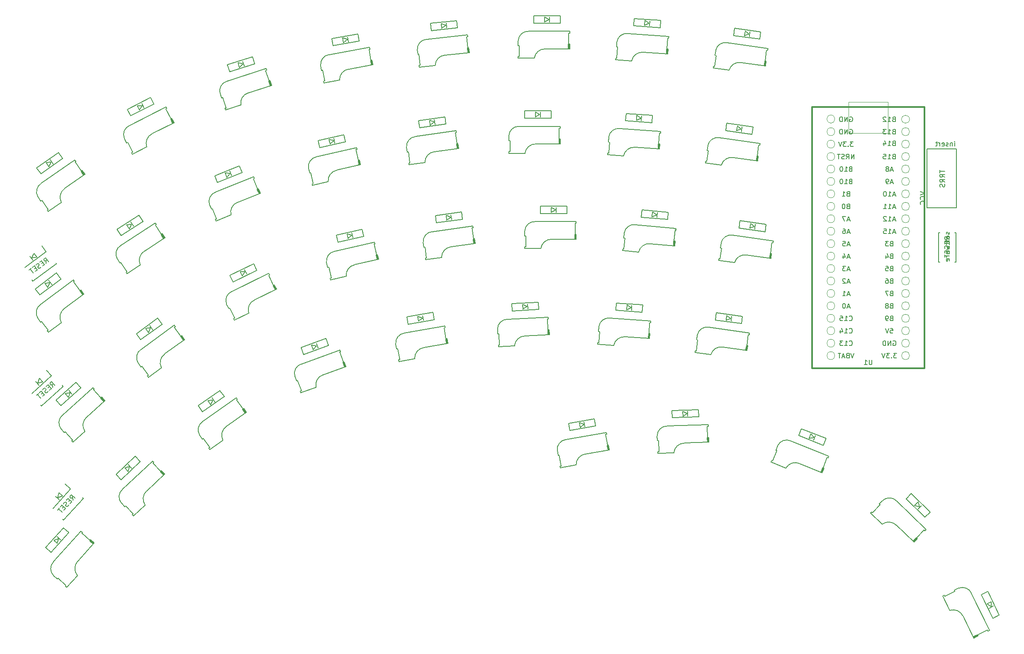
<source format=gbo>
G04 #@! TF.GenerationSoftware,KiCad,Pcbnew,(5.1.5)-3*
G04 #@! TF.CreationDate,2020-03-17T07:33:31+09:00*
G04 #@! TF.ProjectId,fan,66616e2e-6b69-4636-9164-5f7063625858,v1.0*
G04 #@! TF.SameCoordinates,Original*
G04 #@! TF.FileFunction,Legend,Bot*
G04 #@! TF.FilePolarity,Positive*
%FSLAX46Y46*%
G04 Gerber Fmt 4.6, Leading zero omitted, Abs format (unit mm)*
G04 Created by KiCad (PCBNEW (5.1.5)-3) date 2020-03-17 07:33:31*
%MOMM*%
%LPD*%
G04 APERTURE LIST*
%ADD10C,0.150000*%
%ADD11C,0.400000*%
%ADD12C,0.304800*%
%ADD13C,0.120000*%
%ADD14C,0.100000*%
G04 APERTURE END LIST*
D10*
X194522000Y-32385000D02*
X200522000Y-32385000D01*
X200522000Y-32385000D02*
X200522000Y-44385000D01*
X194522000Y-44385000D02*
X194522000Y-32385000D01*
X200522000Y-44385000D02*
X194522000Y-44385000D01*
X145562310Y-86447460D02*
X144680308Y-86978565D01*
X144680308Y-86978565D02*
X144645408Y-85979174D01*
X142490373Y-87305191D02*
X147887083Y-87116734D01*
X142438024Y-85806105D02*
X142490373Y-87305191D01*
X147834734Y-85617648D02*
X142438024Y-85806105D01*
X145679699Y-86943665D02*
X145644799Y-85944274D01*
X147887083Y-87116734D02*
X147834734Y-85617648D01*
X144645408Y-85979174D02*
X145562310Y-86447460D01*
D11*
X149737861Y-91404755D02*
X149762290Y-92104329D01*
D10*
X149855725Y-89049207D02*
X149843510Y-88699420D01*
X139416216Y-90964708D02*
G75*
G02X141448626Y-88992576I2002271J-30139D01*
G01*
X142822785Y-94426458D02*
G75*
G02X144972194Y-92471724I2160181J-216213D01*
G01*
X149843510Y-88699420D02*
X141448626Y-88992576D01*
X144972194Y-92471724D02*
X149969148Y-92297227D01*
X139541854Y-94562514D02*
X142819856Y-94448044D01*
X139416215Y-90964707D02*
X139451115Y-91964098D01*
X139541854Y-94562514D02*
X139529290Y-94202733D01*
X139729168Y-94195754D02*
X139529290Y-94202733D01*
X139680975Y-91956071D02*
X139759150Y-94194707D01*
X139451115Y-91964098D02*
X139650993Y-91957118D01*
X149655847Y-89056187D02*
X149855725Y-89049207D01*
X149714383Y-91305514D02*
X149635859Y-89056885D01*
X149934249Y-91297836D02*
X149734371Y-91304816D01*
X149969148Y-92297227D02*
X149934249Y-91297836D01*
X207583140Y-125867112D02*
X206739209Y-125277383D01*
X206739209Y-125277383D02*
X207638003Y-124839012D01*
X205550094Y-123409629D02*
X207917298Y-128263117D01*
X206898285Y-122752072D02*
X205550094Y-123409629D01*
X209265489Y-127605560D02*
X206898285Y-122752072D01*
X207177580Y-126176177D02*
X208076374Y-125737806D01*
X207917298Y-128263117D02*
X209265489Y-127605560D01*
X207638003Y-124839012D02*
X207583140Y-125867112D01*
D11*
X204752775Y-131697981D02*
X204123619Y-132004841D01*
D10*
X206952615Y-130847568D02*
X207267193Y-130694138D01*
X200956586Y-122089706D02*
G75*
G02X203584875Y-123144267I786864J-1841425D01*
G01*
X199179697Y-126609783D02*
G75*
G02X201839679Y-127778304I681104J-2061365D01*
G01*
X207267193Y-130694138D02*
X203584875Y-123144267D01*
X201839679Y-127778304D02*
X204031534Y-132272274D01*
X197720929Y-123667842D02*
X199158786Y-126615886D01*
X200956587Y-122089706D02*
X200057793Y-122528077D01*
X197720929Y-123667842D02*
X198044495Y-123510028D01*
X198132169Y-123689787D02*
X198044495Y-123510028D01*
X200158619Y-122734800D02*
X198145320Y-123716751D01*
X200057793Y-122528077D02*
X200145467Y-122707836D01*
X206864941Y-130667809D02*
X206952615Y-130847568D01*
X204833887Y-131636168D02*
X206856173Y-130649833D01*
X204930328Y-131833903D02*
X204842654Y-131654144D01*
X204031534Y-132272274D02*
X204930328Y-131833903D01*
X117352648Y-5995937D02*
X116452648Y-6495937D01*
X116452648Y-6495937D02*
X116452648Y-5495937D01*
X114252648Y-6745937D02*
X119652648Y-6745937D01*
X114252648Y-5245937D02*
X114252648Y-6745937D01*
X119652648Y-5245937D02*
X114252648Y-5245937D01*
X117452648Y-6495937D02*
X117452648Y-5495937D01*
X119652648Y-6745937D02*
X119652648Y-5245937D01*
X116452648Y-5495937D02*
X117352648Y-5995937D01*
D11*
X121352648Y-11095937D02*
X121352648Y-11795937D01*
D10*
X121552648Y-8745937D02*
X121552648Y-8395937D01*
X111052648Y-10295938D02*
G75*
G02X113152647Y-8395937I2000000J-99999D01*
G01*
X114336330Y-13874466D02*
G75*
G02X116552648Y-11995937I2151318J-291471D01*
G01*
X121552648Y-8395937D02*
X113152647Y-8395937D01*
X116552648Y-11995937D02*
X121552648Y-11995937D01*
X111052648Y-13895937D02*
X114332648Y-13895937D01*
X111052648Y-10295937D02*
X111052648Y-11295937D01*
X111052648Y-13895937D02*
X111052648Y-13535937D01*
X111252648Y-13535937D02*
X111052648Y-13535937D01*
X111282648Y-11295937D02*
X111282648Y-13535937D01*
X111052648Y-11295937D02*
X111252648Y-11295937D01*
X121352648Y-8745937D02*
X121552648Y-8745937D01*
X121332648Y-10995937D02*
X121332648Y-8745937D01*
X121552648Y-10995937D02*
X121352648Y-10995937D01*
X121552648Y-11995937D02*
X121552648Y-10995937D01*
X171466983Y-91368122D02*
X170445214Y-91494568D01*
X170445214Y-91494568D02*
X170819821Y-90567384D01*
X168311758Y-90902229D02*
X173318551Y-92925105D01*
X168873668Y-89511454D02*
X168311758Y-90902229D01*
X173880461Y-91534329D02*
X168873668Y-89511454D01*
X171372398Y-91869175D02*
X171747005Y-90941991D01*
X173318551Y-92925105D02*
X173880461Y-91534329D01*
X170819821Y-90567384D02*
X171466983Y-91368122D01*
D11*
X173265225Y-97595186D02*
X173003000Y-98244215D01*
D10*
X174330987Y-95491225D02*
X174462099Y-95166711D01*
X164014915Y-92994992D02*
G75*
G02X166673754Y-92020015I1816908J-841931D01*
G01*
X165718953Y-97543034D02*
G75*
G02X168477596Y-96631540I1885480J-1076145D01*
G01*
X174462099Y-95166711D02*
X166673754Y-92020015D01*
X168477596Y-96631540D02*
X173113516Y-98504573D01*
X162666333Y-96332853D02*
X165707496Y-97561562D01*
X164014916Y-92994991D02*
X163640310Y-93922175D01*
X162666333Y-96332853D02*
X162801191Y-95999067D01*
X162986628Y-96073988D02*
X162801191Y-95999067D01*
X163853562Y-94008334D02*
X163014443Y-96085226D01*
X163640310Y-93922175D02*
X163825746Y-93997096D01*
X174145550Y-95416304D02*
X174330987Y-95491225D01*
X173284142Y-97494975D02*
X174127006Y-95408812D01*
X173488122Y-97577389D02*
X173302685Y-97502468D01*
X173113516Y-98504573D02*
X173488122Y-97577389D01*
X118687651Y-44847930D02*
X117787651Y-45347930D01*
X117787651Y-45347930D02*
X117787651Y-44347930D01*
X115587651Y-45597930D02*
X120987651Y-45597930D01*
X115587651Y-44097930D02*
X115587651Y-45597930D01*
X120987651Y-44097930D02*
X115587651Y-44097930D01*
X118787651Y-45347930D02*
X118787651Y-44347930D01*
X120987651Y-45597930D02*
X120987651Y-44097930D01*
X117787651Y-44347930D02*
X118687651Y-44847930D01*
D11*
X122687651Y-49947930D02*
X122687651Y-50647930D01*
D10*
X122887651Y-47597930D02*
X122887651Y-47247930D01*
X112387651Y-49147931D02*
G75*
G02X114487650Y-47247930I2000000J-99999D01*
G01*
X115671333Y-52726459D02*
G75*
G02X117887651Y-50847930I2151318J-291471D01*
G01*
X122887651Y-47247930D02*
X114487650Y-47247930D01*
X117887651Y-50847930D02*
X122887651Y-50847930D01*
X112387651Y-52747930D02*
X115667651Y-52747930D01*
X112387651Y-49147930D02*
X112387651Y-50147930D01*
X112387651Y-52747930D02*
X112387651Y-52387930D01*
X112587651Y-52387930D02*
X112387651Y-52387930D01*
X112617651Y-50147930D02*
X112617651Y-52387930D01*
X112387651Y-50147930D02*
X112587651Y-50147930D01*
X122687651Y-47597930D02*
X122887651Y-47597930D01*
X122667651Y-49847930D02*
X122667651Y-47597930D01*
X122887651Y-49847930D02*
X122687651Y-49847930D01*
X122887651Y-50847930D02*
X122887651Y-49847930D01*
X115452649Y-25395935D02*
X114552649Y-25895935D01*
X114552649Y-25895935D02*
X114552649Y-24895935D01*
X112352649Y-26145935D02*
X117752649Y-26145935D01*
X112352649Y-24645935D02*
X112352649Y-26145935D01*
X117752649Y-24645935D02*
X112352649Y-24645935D01*
X115552649Y-25895935D02*
X115552649Y-24895935D01*
X117752649Y-26145935D02*
X117752649Y-24645935D01*
X114552649Y-24895935D02*
X115452649Y-25395935D01*
D11*
X119452649Y-30495935D02*
X119452649Y-31195935D01*
D10*
X119652649Y-28145935D02*
X119652649Y-27795935D01*
X109152649Y-29695936D02*
G75*
G02X111252648Y-27795935I2000000J-99999D01*
G01*
X112436331Y-33274464D02*
G75*
G02X114652649Y-31395935I2151318J-291471D01*
G01*
X119652649Y-27795935D02*
X111252648Y-27795935D01*
X114652649Y-31395935D02*
X119652649Y-31395935D01*
X109152649Y-33295935D02*
X112432649Y-33295935D01*
X109152649Y-29695935D02*
X109152649Y-30695935D01*
X109152649Y-33295935D02*
X109152649Y-32935935D01*
X109352649Y-32935935D02*
X109152649Y-32935935D01*
X109382649Y-30695935D02*
X109382649Y-32935935D01*
X109152649Y-30695935D02*
X109352649Y-30695935D01*
X119452649Y-28145935D02*
X119652649Y-28145935D01*
X119432649Y-30395935D02*
X119432649Y-28145935D01*
X119652649Y-30395935D02*
X119452649Y-30395935D01*
X119652649Y-31395935D02*
X119652649Y-30395935D01*
X139335529Y-45865043D02*
X138395375Y-46284700D01*
X138395375Y-46284700D02*
X138482531Y-45288505D01*
X136181958Y-46342006D02*
X141561410Y-46812647D01*
X136312692Y-44847714D02*
X136181958Y-46342006D01*
X141692143Y-45318355D02*
X136312692Y-44847714D01*
X139391570Y-46371856D02*
X139478726Y-45375661D01*
X141561410Y-46812647D02*
X141692143Y-45318355D01*
X138482531Y-45288505D02*
X139335529Y-45865043D01*
D11*
X142875813Y-51294259D02*
X142814804Y-51991595D01*
D10*
X143279868Y-48970633D02*
X143310373Y-48621964D01*
X132684732Y-49599600D02*
G75*
G02X134942336Y-47889856I1983674J-273930D01*
G01*
X135644030Y-53450703D02*
G75*
G02X138015638Y-51772487I2117728J-477861D01*
G01*
X143310373Y-48621964D02*
X134942336Y-47889856D01*
X138015638Y-51772487D02*
X142996612Y-52208265D01*
X132370972Y-53185900D02*
X135638490Y-53471771D01*
X132684732Y-49599599D02*
X132597577Y-50595794D01*
X132370972Y-53185900D02*
X132402348Y-52827270D01*
X132601587Y-52844701D02*
X132402348Y-52827270D01*
X132826701Y-50615840D02*
X132631472Y-52847316D01*
X132597577Y-50595794D02*
X132796815Y-50613225D01*
X143080629Y-48953201D02*
X143279868Y-48970633D01*
X142864605Y-51192896D02*
X143060705Y-48951458D01*
X143083768Y-51212071D02*
X142884529Y-51194639D01*
X142996612Y-52208265D02*
X143083768Y-51212071D01*
X17217770Y-111959153D02*
X16987125Y-112962548D01*
X16987125Y-112962548D02*
X16243980Y-112293418D01*
X15700824Y-114764750D02*
X19314129Y-110751767D01*
X14586106Y-113761054D02*
X15700824Y-114764750D01*
X18199412Y-109748072D02*
X14586106Y-113761054D01*
X17656255Y-112219403D02*
X16913110Y-111550273D01*
X19314129Y-110751767D02*
X18199412Y-109748072D01*
X16243980Y-112293418D02*
X17217770Y-111959153D01*
D11*
X23684331Y-112399139D02*
X24204532Y-112867531D01*
D10*
X22071767Y-110678054D02*
X21811666Y-110443858D01*
X16197770Y-119518227D02*
G75*
G02X16190968Y-116686275I1412575J1419377D01*
G01*
X21054347Y-119472479D02*
G75*
G02X21141334Y-116568452I1656118J1403709D01*
G01*
X21811666Y-110443858D02*
X16190968Y-116686275D01*
X21141334Y-116568452D02*
X24486987Y-112852728D01*
X18873091Y-121927097D02*
X21067840Y-119489582D01*
X16197770Y-119518227D02*
X16940915Y-120187357D01*
X18873091Y-121927097D02*
X18605559Y-121686210D01*
X18739385Y-121537581D02*
X18605559Y-121686210D01*
X17094815Y-120016434D02*
X18759459Y-121515286D01*
X16940915Y-120187357D02*
X17074741Y-120038728D01*
X21937941Y-110826682D02*
X22071767Y-110678054D01*
X23596634Y-112347089D02*
X21924558Y-110841545D01*
X23743842Y-112183597D02*
X23610016Y-112332226D01*
X24486987Y-112852728D02*
X23743842Y-112183597D01*
X192974312Y-105471742D02*
X191979577Y-105206220D01*
X191979577Y-105206220D02*
X192674236Y-104486880D01*
X190223365Y-103857806D02*
X194107800Y-107608961D01*
X191265353Y-102778796D02*
X190223365Y-103857806D01*
X195149788Y-106529952D02*
X191265353Y-102778796D01*
X192698917Y-105900878D02*
X193393575Y-105181538D01*
X194107800Y-107608961D02*
X195149788Y-106529952D01*
X192674236Y-104486880D02*
X192974312Y-105471742D01*
D11*
X192308914Y-111919009D02*
X191822653Y-112422546D01*
D10*
X194085229Y-110367492D02*
X194328359Y-110115723D01*
X185455440Y-104188556D02*
G75*
G02X188285904Y-104280592I1369214J-1461250D01*
G01*
X185331667Y-109043771D02*
G75*
G02X188230890Y-109232054I1345057J-1704098D01*
G01*
X194328359Y-110115723D02*
X188285904Y-104280592D01*
X188230890Y-109232054D02*
X191827589Y-112705346D01*
X182954670Y-106778179D02*
X185314105Y-109056658D01*
X185455441Y-104188556D02*
X184760782Y-104907895D01*
X182954670Y-106778179D02*
X183204747Y-106519217D01*
X183348615Y-106658148D02*
X183204747Y-106519217D01*
X184926230Y-105067667D02*
X183370196Y-106678988D01*
X184760782Y-104907895D02*
X184904650Y-105046827D01*
X193941361Y-110228560D02*
X194085229Y-110367492D01*
X192363993Y-111833181D02*
X193926974Y-110214667D01*
X192522248Y-111986006D02*
X192378380Y-111847075D01*
X191827589Y-112705346D02*
X192522248Y-111986006D01*
X137779483Y-6745760D02*
X136846797Y-7181761D01*
X136846797Y-7181761D02*
X136916553Y-6184197D01*
X134634717Y-7277688D02*
X140021563Y-7654373D01*
X134739352Y-5781342D02*
X134634717Y-7277688D01*
X140126198Y-6158027D02*
X134739352Y-5781342D01*
X137844361Y-7251518D02*
X137914118Y-6253954D01*
X140021563Y-7654373D02*
X140126198Y-6158027D01*
X136916553Y-6184197D02*
X137779483Y-6745760D01*
D11*
X141413981Y-12112363D02*
X141365152Y-12810658D01*
D10*
X141777422Y-9782038D02*
X141801836Y-9432891D01*
X131194877Y-10595821D02*
G75*
G02X133422297Y-8846937I1988152J-239268D01*
G01*
X134220935Y-14394690D02*
G75*
G02X136562893Y-12675339I2125745J-440829D01*
G01*
X141801836Y-9432891D02*
X133422297Y-8846937D01*
X136562893Y-12675339D02*
X141550713Y-13024122D01*
X130943753Y-14187050D02*
X134215763Y-14415852D01*
X131194877Y-10595820D02*
X131125120Y-11593384D01*
X130943753Y-14187050D02*
X130968866Y-13827927D01*
X131168378Y-13841879D02*
X130968866Y-13827927D01*
X131354560Y-11609428D02*
X131198305Y-13843971D01*
X131125120Y-11593384D02*
X131324633Y-11607335D01*
X141577909Y-9768087D02*
X141777422Y-9782038D01*
X141401005Y-12011211D02*
X141557958Y-9766692D01*
X141620470Y-12026558D02*
X141420957Y-12012606D01*
X141550713Y-13024122D02*
X141620470Y-12026558D01*
X159301314Y-48239192D02*
X158340486Y-48609070D01*
X158340486Y-48609070D02*
X158479659Y-47618802D01*
X156127103Y-48550456D02*
X161474551Y-49301991D01*
X156335863Y-47065054D02*
X156127103Y-48550456D01*
X161683311Y-47816589D02*
X156335863Y-47065054D01*
X159330754Y-48748243D02*
X159469927Y-47757975D01*
X161474551Y-49301991D02*
X161683311Y-47816589D01*
X158479659Y-47618802D02*
X159301314Y-48239192D01*
D11*
X162552604Y-53846251D02*
X162455182Y-54539439D01*
D10*
X163077714Y-51546956D02*
X163126425Y-51200362D01*
X152464181Y-51620555D02*
G75*
G02X154808172Y-50031308I1966619J-377372D01*
G01*
X155217871Y-55621257D02*
G75*
G02X157674061Y-54069462I2089817J-588040D01*
G01*
X163126425Y-51200362D02*
X154808172Y-50031308D01*
X157674061Y-54069462D02*
X162625401Y-54765327D01*
X151963158Y-55185519D02*
X155211237Y-55642007D01*
X152464181Y-51620554D02*
X152325008Y-52610822D01*
X151963158Y-55185519D02*
X152013260Y-54829022D01*
X152211314Y-54856857D02*
X152013260Y-54829022D01*
X152552770Y-52642832D02*
X152241022Y-54861032D01*
X152325008Y-52610822D02*
X152523061Y-52638656D01*
X162879660Y-51519121D02*
X163077714Y-51546956D01*
X162546716Y-53744441D02*
X162859855Y-51516338D01*
X162764575Y-53775059D02*
X162566521Y-53747224D01*
X162625401Y-54765327D02*
X162764575Y-53775059D01*
X154461314Y-67020195D02*
X153500486Y-67390073D01*
X153500486Y-67390073D02*
X153639659Y-66399805D01*
X151287103Y-67331459D02*
X156634551Y-68082994D01*
X151495863Y-65846057D02*
X151287103Y-67331459D01*
X156843311Y-66597592D02*
X151495863Y-65846057D01*
X154490754Y-67529246D02*
X154629927Y-66538978D01*
X156634551Y-68082994D02*
X156843311Y-66597592D01*
X153639659Y-66399805D02*
X154461314Y-67020195D01*
D11*
X157712604Y-72627254D02*
X157615182Y-73320442D01*
D10*
X158237714Y-70327959D02*
X158286425Y-69981365D01*
X147624181Y-70401558D02*
G75*
G02X149968172Y-68812311I1966619J-377372D01*
G01*
X150377871Y-74402260D02*
G75*
G02X152834061Y-72850465I2089817J-588040D01*
G01*
X158286425Y-69981365D02*
X149968172Y-68812311D01*
X152834061Y-72850465D02*
X157785401Y-73546330D01*
X147123158Y-73966522D02*
X150371237Y-74423010D01*
X147624181Y-70401557D02*
X147485008Y-71391825D01*
X147123158Y-73966522D02*
X147173260Y-73610025D01*
X147371314Y-73637860D02*
X147173260Y-73610025D01*
X147712770Y-71423835D02*
X147401022Y-73642035D01*
X147485008Y-71391825D02*
X147683061Y-71419659D01*
X158039660Y-70300124D02*
X158237714Y-70327959D01*
X157706716Y-72525444D02*
X158019855Y-70297341D01*
X157924575Y-72556062D02*
X157726521Y-72528227D01*
X157785401Y-73546330D02*
X157924575Y-72556062D01*
X156601313Y-28339191D02*
X155640485Y-28709069D01*
X155640485Y-28709069D02*
X155779658Y-27718801D01*
X153427102Y-28650455D02*
X158774550Y-29401990D01*
X153635862Y-27165053D02*
X153427102Y-28650455D01*
X158983310Y-27916588D02*
X153635862Y-27165053D01*
X156630753Y-28848242D02*
X156769926Y-27857974D01*
X158774550Y-29401990D02*
X158983310Y-27916588D01*
X155779658Y-27718801D02*
X156601313Y-28339191D01*
D11*
X159852603Y-33946250D02*
X159755181Y-34639438D01*
D10*
X160377713Y-31646955D02*
X160426424Y-31300361D01*
X149764180Y-31720554D02*
G75*
G02X152108171Y-30131307I1966619J-377372D01*
G01*
X152517870Y-35721256D02*
G75*
G02X154974060Y-34169461I2089817J-588040D01*
G01*
X160426424Y-31300361D02*
X152108171Y-30131307D01*
X154974060Y-34169461D02*
X159925400Y-34865326D01*
X149263157Y-35285518D02*
X152511236Y-35742006D01*
X149764180Y-31720553D02*
X149625007Y-32710821D01*
X149263157Y-35285518D02*
X149313259Y-34929021D01*
X149511313Y-34956856D02*
X149313259Y-34929021D01*
X149852769Y-32742831D02*
X149541021Y-34961031D01*
X149625007Y-32710821D02*
X149823060Y-32738655D01*
X160179659Y-31619120D02*
X160377713Y-31646955D01*
X159846715Y-33844440D02*
X160159854Y-31616337D01*
X160064574Y-33875058D02*
X159866520Y-33847223D01*
X159925400Y-34865326D02*
X160064574Y-33875058D01*
X54851918Y-15012820D02*
X54150475Y-15766463D01*
X54150475Y-15766463D02*
X53841458Y-14815407D01*
X52135405Y-16684065D02*
X57271110Y-15015373D01*
X51671880Y-15257480D02*
X52135405Y-16684065D01*
X56807585Y-13588788D02*
X51671880Y-15257480D01*
X55101532Y-15457446D02*
X54792515Y-14506390D01*
X57271110Y-15015373D02*
X56807585Y-13588788D01*
X53841458Y-14815407D02*
X54851918Y-15012820D01*
D11*
X60232130Y-18627140D02*
X60448442Y-19292879D01*
D10*
X59696152Y-16330354D02*
X59587996Y-15997484D01*
X50189035Y-21049170D02*
G75*
G02X51599120Y-18593227I1933014J522929D01*
G01*
X54417828Y-23437841D02*
G75*
G02X55945174Y-20966372I2136095J387590D01*
G01*
X59587996Y-15997484D02*
X51599120Y-18593227D01*
X55945174Y-20966372D02*
X60700457Y-19421287D01*
X51301496Y-24472973D02*
X54420961Y-23459397D01*
X50189035Y-21049170D02*
X50498052Y-22000226D01*
X51301496Y-24472973D02*
X51190250Y-24130593D01*
X51380461Y-24068789D02*
X51190250Y-24130593D01*
X50716795Y-21929152D02*
X51408993Y-24059519D01*
X50498052Y-22000226D02*
X50688263Y-21938423D01*
X59505940Y-16392157D02*
X59696152Y-16330354D01*
X60182208Y-18538214D02*
X59486919Y-16398337D01*
X60391440Y-18470231D02*
X60201229Y-18532034D01*
X60700457Y-19421287D02*
X60391440Y-18470231D01*
X31709141Y-97277649D02*
X31391922Y-98257125D01*
X31391922Y-98257125D02*
X30709924Y-97525771D01*
X29953444Y-99940360D02*
X33902754Y-96257568D01*
X28930446Y-98843329D02*
X29953444Y-99940360D01*
X32879756Y-95160538D02*
X28930446Y-98843329D01*
X32123276Y-97575126D02*
X31441277Y-96843773D01*
X33902754Y-96257568D02*
X32879756Y-95160538D01*
X30709924Y-97525771D02*
X31709141Y-97277649D01*
D11*
X38112748Y-98279560D02*
X38590147Y-98791507D01*
D10*
X36656322Y-96424479D02*
X36417623Y-96168505D01*
X30034206Y-104719061D02*
G75*
G02X30274251Y-101897292I1530907J1290862D01*
G01*
X34876289Y-105096766D02*
G75*
G02X35216048Y-102211370I1772158J1254028D01*
G01*
X36417623Y-96168505D02*
X30274251Y-101897292D01*
X35216048Y-102211370D02*
X38872817Y-98801378D01*
X32489400Y-107351933D02*
X34888240Y-105114979D01*
X30034206Y-104719060D02*
X30716204Y-105450414D01*
X32489400Y-107351933D02*
X32243881Y-107088646D01*
X32390151Y-106952246D02*
X32243881Y-107088646D01*
X30884416Y-105293554D02*
X32412092Y-106931786D01*
X30716204Y-105450414D02*
X30862475Y-105314014D01*
X36510052Y-96560879D02*
X36656322Y-96424479D01*
X38029921Y-98220064D02*
X36495424Y-96574519D01*
X38190819Y-98070025D02*
X38044548Y-98206424D01*
X38872817Y-98801378D02*
X38190819Y-98070025D01*
X48712121Y-83682135D02*
X48261672Y-84607930D01*
X48261672Y-84607930D02*
X47688096Y-83788778D01*
X46602932Y-86074586D02*
X51026353Y-82977273D01*
X45742567Y-84845858D02*
X46602932Y-86074586D01*
X50165988Y-81748545D02*
X45742567Y-84845858D01*
X49080824Y-84034353D02*
X48507248Y-83215201D01*
X51026353Y-82977273D02*
X50165988Y-81748545D01*
X47688096Y-83788778D02*
X48712121Y-83682135D01*
D11*
X54913969Y-85565505D02*
X55315472Y-86138911D01*
D10*
X53729895Y-83525782D02*
X53529143Y-83239079D01*
X46017842Y-90818021D02*
G75*
G02X46648265Y-88057122I1695661J1065238D01*
G01*
X50760236Y-91865938D02*
G75*
G02X51498258Y-89055908I1929438J995187D01*
G01*
X53529143Y-83239079D02*
X46648265Y-88057122D01*
X51498258Y-89055908D02*
X55594018Y-86188026D01*
X48082717Y-93766968D02*
X50769536Y-91885637D01*
X46017842Y-90818020D02*
X46591418Y-91637172D01*
X48082717Y-93766968D02*
X47876229Y-93472073D01*
X48040060Y-93357358D02*
X47876229Y-93472073D01*
X46779823Y-91505250D02*
X48064634Y-93340150D01*
X46591418Y-91637172D02*
X46755249Y-91522457D01*
X53566064Y-83640497D02*
X53729895Y-83525782D01*
X54840228Y-85495061D02*
X53549681Y-83651969D01*
X55020442Y-85368874D02*
X54856611Y-85483590D01*
X55594018Y-86188026D02*
X55020442Y-85368874D01*
X97299198Y-46338856D02*
X96477544Y-46959246D01*
X96477544Y-46959246D02*
X96338371Y-45968978D01*
X94333747Y-47512994D02*
X99681195Y-46761459D01*
X94124987Y-46027592D02*
X94333747Y-47512994D01*
X99472435Y-45276057D02*
X94124987Y-46027592D01*
X97467812Y-46820073D02*
X97328639Y-45829805D01*
X99681195Y-46761459D02*
X99472435Y-45276057D01*
X96338371Y-45968978D02*
X97299198Y-46338856D01*
D11*
X101970053Y-50832531D02*
X102067475Y-51525719D01*
D10*
X101841050Y-48477566D02*
X101792340Y-48130972D01*
X91658954Y-51473800D02*
G75*
G02X93474087Y-49300027I1994453J179320D01*
G01*
X95408715Y-54560503D02*
G75*
G02X97342022Y-52391803I2170946J10772D01*
G01*
X101792340Y-48130972D02*
X93474087Y-49300027D01*
X97342022Y-52391803D02*
X102293363Y-51695938D01*
X92159977Y-55038764D02*
X95408056Y-54582277D01*
X91658954Y-51473799D02*
X91798127Y-52464067D01*
X92159977Y-55038764D02*
X92109875Y-54682268D01*
X92307928Y-54654433D02*
X92109875Y-54682268D01*
X92025889Y-52432058D02*
X92337636Y-54650258D01*
X91798127Y-52464067D02*
X91996181Y-52436233D01*
X101642997Y-48505401D02*
X101841050Y-48477566D01*
X101936331Y-50736288D02*
X101623191Y-48508184D01*
X102154190Y-50705669D02*
X101956136Y-50733504D01*
X102293363Y-51695938D02*
X102154190Y-50705669D01*
X55302826Y-57506443D02*
X54713097Y-58350374D01*
X54713097Y-58350374D02*
X54274726Y-57451580D01*
X52845343Y-59539489D02*
X57698831Y-57172285D01*
X52187786Y-58191298D02*
X52845343Y-59539489D01*
X57041274Y-55824094D02*
X52187786Y-58191298D01*
X55611891Y-57912003D02*
X55173520Y-57013209D01*
X57698831Y-57172285D02*
X57041274Y-55824094D01*
X54274726Y-57451580D02*
X55302826Y-57506443D01*
D11*
X61133695Y-60336808D02*
X61440555Y-60965964D01*
D10*
X60283282Y-58136968D02*
X60129852Y-57822390D01*
X51525420Y-64132997D02*
G75*
G02X52579981Y-61504708I1841425J786864D01*
G01*
X56045497Y-65909886D02*
G75*
G02X57214018Y-63249904I2061365J681104D01*
G01*
X60129852Y-57822390D02*
X52579981Y-61504708D01*
X57214018Y-63249904D02*
X61707988Y-61058049D01*
X53103556Y-67368654D02*
X56051600Y-65930797D01*
X51525420Y-64132996D02*
X51963791Y-65031790D01*
X53103556Y-67368654D02*
X52945742Y-67045088D01*
X53125501Y-66957414D02*
X52945742Y-67045088D01*
X52170514Y-64930964D02*
X53152465Y-66944263D01*
X51963791Y-65031790D02*
X52143550Y-64944116D01*
X60103523Y-58224642D02*
X60283282Y-58136968D01*
X61071882Y-60255696D02*
X60085547Y-58233410D01*
X61269617Y-60159255D02*
X61089858Y-60246929D01*
X61707988Y-61058049D02*
X61269617Y-60159255D01*
X34323137Y-23595283D02*
X33748226Y-24449378D01*
X33748226Y-24449378D02*
X33294236Y-23558371D01*
X31901510Y-25670909D02*
X36712945Y-23219360D01*
X31220524Y-24334399D02*
X31901510Y-25670909D01*
X36031959Y-21882850D02*
X31220524Y-24334399D01*
X34639233Y-23995387D02*
X34185243Y-23104381D01*
X36712945Y-23219360D02*
X36031959Y-21882850D01*
X33294236Y-23558371D02*
X34323137Y-23595283D01*
D11*
X40202515Y-26323454D02*
X40520308Y-26947159D01*
D10*
X39313838Y-24138791D02*
X39154942Y-23826939D01*
X30661955Y-30286752D02*
G75*
G02X31670486Y-27640459I1827412J818881D01*
G01*
X35212356Y-31984484D02*
G75*
G02X36334275Y-29304515I2049163J716976D01*
G01*
X39154942Y-23826939D02*
X31670486Y-27640459D01*
X36334275Y-29304515D02*
X40789308Y-27034562D01*
X32296321Y-33494375D02*
X35218822Y-32005286D01*
X30661955Y-30286751D02*
X31115946Y-31177758D01*
X32296321Y-33494375D02*
X32132884Y-33173612D01*
X32311086Y-33082814D02*
X32132884Y-33173612D01*
X31320877Y-31073340D02*
X32337816Y-33069195D01*
X31115946Y-31177758D02*
X31294147Y-31086960D01*
X39135637Y-24229589D02*
X39313838Y-24138791D01*
X40139296Y-26243434D02*
X39117817Y-24238669D01*
X40335317Y-26143556D02*
X40157116Y-26234354D01*
X40789308Y-27034562D02*
X40335317Y-26143556D01*
X77101838Y-50035627D02*
X76337380Y-50725268D01*
X76337380Y-50725268D02*
X76112429Y-49750898D01*
X74250004Y-51463753D02*
X79511602Y-50249017D01*
X73912577Y-50002198D02*
X74250004Y-51463753D01*
X79174175Y-48787462D02*
X73912577Y-50002198D01*
X77311750Y-50500317D02*
X77086799Y-49525947D01*
X79511602Y-50249017D02*
X79174175Y-48787462D01*
X76112429Y-49750898D02*
X77101838Y-50035627D01*
D11*
X82146568Y-54105110D02*
X82304034Y-54787169D01*
D10*
X81812807Y-51770350D02*
X81734074Y-51429321D01*
X71930596Y-55642611D02*
G75*
G02X73549365Y-53318910I1971235J352466D01*
G01*
X75935112Y-58390754D02*
G75*
G02X77672048Y-56061808I2161746J199941D01*
G01*
X81734074Y-51429321D02*
X73549365Y-53318910D01*
X77672048Y-56061808D02*
X82543898Y-54937053D01*
X72740419Y-59150342D02*
X75936353Y-58412503D01*
X71930596Y-55642610D02*
X72155547Y-56616980D01*
X72740419Y-59150342D02*
X72659437Y-58799569D01*
X72854311Y-58754579D02*
X72659437Y-58799569D01*
X72379652Y-56565241D02*
X72883542Y-58747830D01*
X72155547Y-56616980D02*
X72350421Y-56571990D01*
X81617933Y-51815340D02*
X81812807Y-51770350D01*
X82104586Y-54012172D02*
X81598446Y-51819839D01*
X82318947Y-53962683D02*
X82124073Y-54007673D01*
X82543898Y-54937053D02*
X82318947Y-53962683D01*
X32139366Y-47811043D02*
X31656882Y-48720554D01*
X31656882Y-48720554D02*
X31112243Y-47881883D01*
X29947966Y-50128427D02*
X34476787Y-47187376D01*
X29131008Y-48870421D02*
X29947966Y-50128427D01*
X33659829Y-45929371D02*
X29131008Y-48870421D01*
X32495552Y-48175915D02*
X31950913Y-47337244D01*
X34476787Y-47187376D02*
X33659829Y-45929371D01*
X31112243Y-47881883D02*
X32139366Y-47811043D01*
D11*
X38271707Y-49909707D02*
X38652955Y-50496776D01*
D10*
X37159540Y-47829903D02*
X36968916Y-47536369D01*
X29197689Y-54848554D02*
G75*
G02X29924082Y-52111337I1731805J1005412D01*
G01*
X33900623Y-56061339D02*
G75*
G02X34736264Y-53278778I1962994J927244D01*
G01*
X36968916Y-47536369D02*
X29924082Y-52111337D01*
X34736264Y-53278778D02*
X38929617Y-50555583D01*
X31158390Y-57867767D02*
X33909229Y-56081351D01*
X29197689Y-54848553D02*
X29742328Y-55687223D01*
X31158390Y-57867767D02*
X30962320Y-57565845D01*
X31130054Y-57456917D02*
X30962320Y-57565845D01*
X29935222Y-55561956D02*
X31155214Y-57440578D01*
X29742328Y-55687223D02*
X29910062Y-55578295D01*
X36991806Y-47938831D02*
X37159540Y-47829903D01*
X38200470Y-49836733D02*
X36975032Y-47949724D01*
X38384977Y-49716912D02*
X38217243Y-49825840D01*
X38929617Y-50555583D02*
X38384977Y-49716912D01*
X19540732Y-82156978D02*
X19206467Y-83130768D01*
X19206467Y-83130768D02*
X18537337Y-82387623D01*
X17738831Y-84788642D02*
X21751814Y-81175337D01*
X16735136Y-83673925D02*
X17738831Y-84788642D01*
X20748118Y-80060619D02*
X16735136Y-83673925D01*
X19949612Y-82461638D02*
X19280482Y-81718493D01*
X21751814Y-81175337D02*
X20748118Y-80060619D01*
X18537337Y-82387623D02*
X19540732Y-82156978D01*
D11*
X25925878Y-83270495D02*
X26394269Y-83790696D01*
D10*
X24502050Y-81390278D02*
X24267854Y-81130177D01*
X17736182Y-89568024D02*
G75*
G02X18025437Y-86750875I1553202J1263947D01*
G01*
X22570936Y-90030178D02*
G75*
G02X22961000Y-87151152I1793773J1222908D01*
G01*
X24267854Y-81130177D02*
X18025437Y-86750875D01*
X22961000Y-87151152D02*
X26676724Y-83805499D01*
X20145052Y-92243345D02*
X22582567Y-90048597D01*
X17736182Y-89568024D02*
X18405312Y-90311169D01*
X20145052Y-92243345D02*
X19904165Y-91975813D01*
X20052794Y-91841987D02*
X19904165Y-91975813D01*
X18576236Y-90157269D02*
X20075088Y-91821913D01*
X18405312Y-90311169D02*
X18553941Y-90177343D01*
X24353421Y-81524104D02*
X24502050Y-81390278D01*
X25844102Y-83209563D02*
X24338558Y-81537487D01*
X26007594Y-83062354D02*
X25858965Y-83196180D01*
X26676724Y-83805499D02*
X26007594Y-83062354D01*
X93896198Y-26927852D02*
X93074544Y-27548242D01*
X93074544Y-27548242D02*
X92935371Y-26557974D01*
X90930747Y-28101990D02*
X96278195Y-27350455D01*
X90721987Y-26616588D02*
X90930747Y-28101990D01*
X96069435Y-25865053D02*
X90721987Y-26616588D01*
X94064812Y-27409069D02*
X93925639Y-26418801D01*
X96278195Y-27350455D02*
X96069435Y-25865053D01*
X92935371Y-26557974D02*
X93896198Y-26927852D01*
D11*
X98567053Y-31421527D02*
X98664475Y-32114715D01*
D10*
X98438050Y-29066562D02*
X98389340Y-28719968D01*
X88255954Y-32062796D02*
G75*
G02X90071087Y-29889023I1994453J179320D01*
G01*
X92005715Y-35149499D02*
G75*
G02X93939022Y-32980799I2170946J10772D01*
G01*
X98389340Y-28719968D02*
X90071087Y-29889023D01*
X93939022Y-32980799D02*
X98890363Y-32284934D01*
X88756977Y-35627760D02*
X92005056Y-35171273D01*
X88255954Y-32062795D02*
X88395127Y-33053063D01*
X88756977Y-35627760D02*
X88706875Y-35271264D01*
X88904928Y-35243429D02*
X88706875Y-35271264D01*
X88622889Y-33021054D02*
X88934636Y-35239254D01*
X88395127Y-33053063D02*
X88593181Y-33025229D01*
X98239997Y-29094397D02*
X98438050Y-29066562D01*
X98533331Y-31325284D02*
X98220191Y-29097180D01*
X98751190Y-31294665D02*
X98553136Y-31322500D01*
X98890363Y-32284934D02*
X98751190Y-31294665D01*
X52261061Y-37432440D02*
X51613899Y-38233178D01*
X51613899Y-38233178D02*
X51239292Y-37305994D01*
X49667746Y-39289108D02*
X54674539Y-37266232D01*
X49105836Y-37898332D02*
X49667746Y-39289108D01*
X54112629Y-35875457D02*
X49105836Y-37898332D01*
X52541083Y-37858571D02*
X52166476Y-36931387D01*
X54674539Y-37266232D02*
X54112629Y-35875457D01*
X51239292Y-37305994D02*
X52261061Y-37432440D01*
D11*
X57880290Y-40662651D02*
X58142515Y-41311680D01*
D10*
X57185402Y-38408848D02*
X57054289Y-38084333D01*
X48030612Y-43779353D02*
G75*
G02X49265944Y-41231029I1891828J656496D01*
G01*
X52415729Y-45867217D02*
G75*
G02X53766954Y-43295228I2103854J535651D01*
G01*
X57054289Y-38084333D02*
X49265944Y-41231029D01*
X53766954Y-43295228D02*
X58402873Y-41422195D01*
X49379195Y-47117214D02*
X52420358Y-45888504D01*
X48030611Y-43779352D02*
X48405218Y-44706536D01*
X49379195Y-47117214D02*
X49244337Y-46783427D01*
X49429773Y-46708506D02*
X49244337Y-46783427D01*
X48618470Y-44620376D02*
X49457589Y-46697268D01*
X48405218Y-44706536D02*
X48590655Y-44631614D01*
X56999965Y-38483769D02*
X57185402Y-38408848D01*
X57824286Y-40577425D02*
X56981421Y-38491261D01*
X58028266Y-40495011D02*
X57842830Y-40569933D01*
X58402873Y-41422195D02*
X58028266Y-40495011D01*
X15428767Y-59732488D02*
X15010903Y-60673440D01*
X15010903Y-60673440D02*
X14409088Y-59874804D01*
X13404358Y-62197092D02*
X17716990Y-58947290D01*
X12501636Y-60999138D02*
X13404358Y-62197092D01*
X16814267Y-57749337D02*
X12501636Y-60999138D01*
X15809538Y-60071625D02*
X15207723Y-59272989D01*
X17716990Y-58947290D02*
X16814267Y-57749337D01*
X14409088Y-59874804D02*
X15428767Y-59732488D01*
D11*
X21692566Y-61398269D02*
X22113836Y-61957314D01*
D10*
X20438027Y-59401113D02*
X20227392Y-59121591D01*
X12985168Y-66958056D02*
G75*
G02X13518853Y-64176837I1657452J1123767D01*
G01*
X17761244Y-67839827D02*
G75*
G02X18400749Y-65005753I1893532J1061916D01*
G01*
X20227392Y-59121591D02*
X13518853Y-64176837D01*
X18400749Y-65005753D02*
X22393926Y-61996678D01*
X15151702Y-69833144D02*
X17771226Y-67859190D01*
X12985168Y-66958056D02*
X13586983Y-67756691D01*
X15151702Y-69833144D02*
X14935049Y-69545635D01*
X15094776Y-69425272D02*
X14935049Y-69545635D01*
X13770669Y-67618274D02*
X15118735Y-69407217D01*
X13586983Y-67756691D02*
X13746710Y-67636328D01*
X20278300Y-59521476D02*
X20438027Y-59401113D01*
X21616411Y-61330442D02*
X20262328Y-59533512D01*
X21792111Y-61198043D02*
X21632384Y-61318406D01*
X22393926Y-61996678D02*
X21792111Y-61198043D01*
X69901729Y-72622986D02*
X69227015Y-73400651D01*
X69227015Y-73400651D02*
X68884995Y-72460958D01*
X67245197Y-74388018D02*
X72319537Y-72541109D01*
X66732167Y-72978479D02*
X67245197Y-74388018D01*
X71806507Y-71131571D02*
X66732167Y-72978479D01*
X70166708Y-73058631D02*
X69824688Y-72118938D01*
X72319537Y-72541109D02*
X71806507Y-71131571D01*
X68884995Y-72460958D02*
X69901729Y-72622986D01*
D11*
X75404802Y-76047338D02*
X75644216Y-76705123D01*
D10*
X74788993Y-73770656D02*
X74669286Y-73441764D01*
X65452352Y-78818393D02*
G75*
G02X66775867Y-76314734I1913587J590072D01*
G01*
X69761933Y-81058023D02*
G75*
G02X71202096Y-78534758I2121266J461901D01*
G01*
X74669286Y-73441764D02*
X66775867Y-76314734D01*
X71202096Y-78534758D02*
X75900559Y-76824657D01*
X66683624Y-82201285D02*
X69765816Y-81079459D01*
X65452352Y-78818392D02*
X65794372Y-79758084D01*
X66683624Y-82201285D02*
X66560497Y-81862996D01*
X66748436Y-81794592D02*
X66560497Y-81862996D01*
X66010501Y-79679420D02*
X66776626Y-81784331D01*
X65794372Y-79758084D02*
X65982311Y-79689680D01*
X74601055Y-73839060D02*
X74788993Y-73770656D01*
X75351806Y-75960209D02*
X74582261Y-73845901D01*
X75558538Y-75884965D02*
X75370600Y-75953369D01*
X75900559Y-76824657D02*
X75558538Y-75884965D01*
X76183738Y-10063207D02*
X75384235Y-10711894D01*
X75384235Y-10711894D02*
X75210586Y-9727086D01*
X73261070Y-11340122D02*
X78579031Y-10402422D01*
X73000597Y-9862910D02*
X73261070Y-11340122D01*
X78318559Y-8925210D02*
X73000597Y-9862910D01*
X76369042Y-10538246D02*
X76195394Y-9553438D01*
X78579031Y-10402422D02*
X78318559Y-8925210D01*
X75210586Y-9727086D02*
X76183738Y-10063207D01*
D11*
X81008574Y-14391134D02*
X81130128Y-15080499D01*
D10*
X80797463Y-12042106D02*
X80736686Y-11697423D01*
X70726136Y-15391864D02*
G75*
G02X72464300Y-13156068I1986980J248816D01*
G01*
X74581336Y-18345822D02*
G75*
G02X76437780Y-16110972I2169248J86530D01*
G01*
X80736686Y-11697423D02*
X72464300Y-13156068D01*
X76437780Y-16110972D02*
X81361819Y-15242731D01*
X71351269Y-18937172D02*
X74581439Y-18367606D01*
X70726136Y-15391864D02*
X70899784Y-16376672D01*
X71351269Y-18937172D02*
X71288756Y-18582641D01*
X71485717Y-18547911D02*
X71288756Y-18582641D01*
X71126290Y-16336732D02*
X71515262Y-18542702D01*
X70899784Y-16376672D02*
X71096746Y-16341942D01*
X80600501Y-12076836D02*
X80797463Y-12042106D01*
X80971513Y-14296126D02*
X80580805Y-12080309D01*
X81188171Y-14257923D02*
X80991209Y-14292653D01*
X81361819Y-15242731D02*
X81188171Y-14257923D01*
X15718122Y-35094138D02*
X15267673Y-36019933D01*
X15267673Y-36019933D02*
X14694097Y-35200781D01*
X13608933Y-37486589D02*
X18032354Y-34389276D01*
X12748568Y-36257861D02*
X13608933Y-37486589D01*
X17171989Y-33160548D02*
X12748568Y-36257861D01*
X16086825Y-35446356D02*
X15513249Y-34627204D01*
X18032354Y-34389276D02*
X17171989Y-33160548D01*
X14694097Y-35200781D02*
X15718122Y-35094138D01*
D11*
X21919970Y-36977508D02*
X22321473Y-37550914D01*
D10*
X20735896Y-34937785D02*
X20535144Y-34651082D01*
X13023843Y-42230024D02*
G75*
G02X13654266Y-39469125I1695661J1065238D01*
G01*
X17766237Y-43277941D02*
G75*
G02X18504259Y-40467911I1929438J995187D01*
G01*
X20535144Y-34651082D02*
X13654266Y-39469125D01*
X18504259Y-40467911D02*
X22600019Y-37600029D01*
X15088718Y-45178971D02*
X17775537Y-43297640D01*
X13023843Y-42230023D02*
X13597419Y-43049175D01*
X15088718Y-45178971D02*
X14882230Y-44884076D01*
X15046061Y-44769361D02*
X14882230Y-44884076D01*
X13785824Y-42917253D02*
X15070635Y-44752153D01*
X13597419Y-43049175D02*
X13761250Y-42934460D01*
X20572065Y-35052500D02*
X20735896Y-34937785D01*
X21846229Y-36907064D02*
X20555682Y-35063972D01*
X22026443Y-36780877D02*
X21862612Y-36895593D01*
X22600019Y-37600029D02*
X22026443Y-36780877D01*
X73417837Y-30736623D02*
X72653379Y-31426264D01*
X72653379Y-31426264D02*
X72428428Y-30451894D01*
X70566003Y-32164749D02*
X75827601Y-30950013D01*
X70228576Y-30703194D02*
X70566003Y-32164749D01*
X75490174Y-29488458D02*
X70228576Y-30703194D01*
X73627749Y-31201313D02*
X73402798Y-30226943D01*
X75827601Y-30950013D02*
X75490174Y-29488458D01*
X72428428Y-30451894D02*
X73417837Y-30736623D01*
D11*
X78462567Y-34806106D02*
X78620033Y-35488165D01*
D10*
X78128806Y-32471346D02*
X78050073Y-32130317D01*
X68246595Y-36343607D02*
G75*
G02X69865364Y-34019906I1971235J352466D01*
G01*
X72251111Y-39091750D02*
G75*
G02X73988047Y-36762804I2161746J199941D01*
G01*
X78050073Y-32130317D02*
X69865364Y-34019906D01*
X73988047Y-36762804D02*
X78859897Y-35638049D01*
X69056418Y-39851338D02*
X72252352Y-39113499D01*
X68246595Y-36343606D02*
X68471546Y-37317976D01*
X69056418Y-39851338D02*
X68975436Y-39500565D01*
X69170310Y-39455575D02*
X68975436Y-39500565D01*
X68695651Y-37266237D02*
X69199541Y-39448826D01*
X68471546Y-37317976D02*
X68666420Y-37272986D01*
X77933932Y-32516336D02*
X78128806Y-32471346D01*
X78420585Y-34713168D02*
X77914445Y-32520835D01*
X78634946Y-34663679D02*
X78440072Y-34708669D01*
X78859897Y-35638049D02*
X78634946Y-34663679D01*
X96278700Y-7203430D02*
X95435894Y-7794766D01*
X95435894Y-7794766D02*
X95331366Y-6800244D01*
X93274078Y-8273359D02*
X98644496Y-7708906D01*
X93117285Y-6781576D02*
X93274078Y-8273359D01*
X98487704Y-6217123D02*
X93117285Y-6781576D01*
X96430416Y-7690238D02*
X96325888Y-6695716D01*
X98644496Y-7708906D02*
X98487704Y-6217123D01*
X95331366Y-6800244D02*
X96278700Y-7203430D01*
D11*
X100789882Y-11857377D02*
X100863052Y-12553543D01*
D10*
X100743145Y-9499345D02*
X100706560Y-9151263D01*
X90462685Y-12138404D02*
G75*
G02X92352575Y-10029302I1999496J109606D01*
G01*
X94102436Y-15354091D02*
G75*
G02X96110253Y-13254184I2170000J-65000D01*
G01*
X100706560Y-9151263D02*
X92352575Y-10029302D01*
X96110253Y-13254184D02*
X101082862Y-12731541D01*
X90838987Y-15718682D02*
X94101018Y-15375828D01*
X90462684Y-12138403D02*
X90567213Y-13132925D01*
X90838987Y-15718682D02*
X90801356Y-15360654D01*
X91000261Y-15339748D02*
X90801356Y-15360654D01*
X90795953Y-13108883D02*
X91030096Y-15336612D01*
X90567213Y-13132925D02*
X90766117Y-13112019D01*
X100544240Y-9520251D02*
X100743145Y-9499345D01*
X100759539Y-11760016D02*
X100524350Y-9522341D01*
X100978334Y-11737019D02*
X100779429Y-11757925D01*
X101082862Y-12731541D02*
X100978334Y-11737019D01*
X91516738Y-66924208D02*
X90717235Y-67572895D01*
X90717235Y-67572895D02*
X90543586Y-66588087D01*
X88594070Y-68201123D02*
X93912031Y-67263423D01*
X88333597Y-66723911D02*
X88594070Y-68201123D01*
X93651559Y-65786211D02*
X88333597Y-66723911D01*
X91702042Y-67399247D02*
X91528394Y-66414439D01*
X93912031Y-67263423D02*
X93651559Y-65786211D01*
X90543586Y-66588087D02*
X91516738Y-66924208D01*
D11*
X96341574Y-71252135D02*
X96463128Y-71941500D01*
D10*
X96130463Y-68903107D02*
X96069686Y-68558424D01*
X86059136Y-72252865D02*
G75*
G02X87797300Y-70017069I1986980J248816D01*
G01*
X89914336Y-75206823D02*
G75*
G02X91770780Y-72971973I2169248J86530D01*
G01*
X96069686Y-68558424D02*
X87797300Y-70017069D01*
X91770780Y-72971973D02*
X96694819Y-72103732D01*
X86684269Y-75798173D02*
X89914439Y-75228607D01*
X86059136Y-72252865D02*
X86232784Y-73237673D01*
X86684269Y-75798173D02*
X86621756Y-75443642D01*
X86818717Y-75408912D02*
X86621756Y-75443642D01*
X86459290Y-73197733D02*
X86848262Y-75403703D01*
X86232784Y-73237673D02*
X86429746Y-73202943D01*
X95933501Y-68937837D02*
X96130463Y-68903107D01*
X96304513Y-71157127D02*
X95913805Y-68941310D01*
X96521171Y-71118924D02*
X96324209Y-71153654D01*
X96694819Y-72103732D02*
X96521171Y-71118924D01*
X134114483Y-64838761D02*
X133181797Y-65274762D01*
X133181797Y-65274762D02*
X133251553Y-64277198D01*
X130969717Y-65370689D02*
X136356563Y-65747374D01*
X131074352Y-63874343D02*
X130969717Y-65370689D01*
X136461198Y-64251028D02*
X131074352Y-63874343D01*
X134179361Y-65344519D02*
X134249118Y-64346955D01*
X136356563Y-65747374D02*
X136461198Y-64251028D01*
X133251553Y-64277198D02*
X134114483Y-64838761D01*
D11*
X137748981Y-70205364D02*
X137700152Y-70903659D01*
D10*
X138112422Y-67875039D02*
X138136836Y-67525892D01*
X127529877Y-68688822D02*
G75*
G02X129757297Y-66939938I1988152J-239268D01*
G01*
X130555935Y-72487691D02*
G75*
G02X132897893Y-70768340I2125745J-440829D01*
G01*
X138136836Y-67525892D02*
X129757297Y-66939938D01*
X132897893Y-70768340D02*
X137885713Y-71117123D01*
X127278753Y-72280051D02*
X130550763Y-72508853D01*
X127529877Y-68688821D02*
X127460120Y-69686385D01*
X127278753Y-72280051D02*
X127303866Y-71920928D01*
X127503378Y-71934880D02*
X127303866Y-71920928D01*
X127689560Y-69702429D02*
X127533305Y-71936972D01*
X127460120Y-69686385D02*
X127659633Y-69700336D01*
X137912909Y-67861088D02*
X138112422Y-67875039D01*
X137736005Y-70104212D02*
X137892958Y-67859693D01*
X137955470Y-70119559D02*
X137755957Y-70105607D01*
X137885713Y-71117123D02*
X137955470Y-70119559D01*
X36025190Y-68936663D02*
X35590967Y-69870178D01*
X35590967Y-69870178D02*
X35003182Y-69061161D01*
X33958076Y-71365560D02*
X38326768Y-68191520D01*
X33076398Y-70152034D02*
X33958076Y-71365560D01*
X37445090Y-66977994D02*
X33076398Y-70152034D01*
X36399984Y-69282393D02*
X35812199Y-68473376D01*
X38326768Y-68191520D02*
X37445090Y-66977994D01*
X35003182Y-69061161D02*
X36025190Y-68936663D01*
D11*
X42258962Y-70711509D02*
X42670412Y-71277821D01*
D10*
X41039470Y-68692762D02*
X40833746Y-68409606D01*
X33455860Y-76118484D02*
G75*
G02X34038002Y-73347002I1676812J1094670D01*
G01*
X38215820Y-77083474D02*
G75*
G02X38904687Y-74260993I1911775J1028708D01*
G01*
X40833746Y-68409606D02*
X34038002Y-73347002D01*
X38904687Y-74260993D02*
X42949772Y-71322067D01*
X35571886Y-79030944D02*
X38225462Y-77103009D01*
X33455859Y-76118483D02*
X34043644Y-76927500D01*
X35571886Y-79030944D02*
X35360283Y-78739698D01*
X35522087Y-78622141D02*
X35360283Y-78739698D01*
X34229718Y-76792310D02*
X35546357Y-78604508D01*
X34043644Y-76927500D02*
X34205448Y-76809943D01*
X40877667Y-68810319D02*
X41039470Y-68692762D01*
X42184003Y-70642363D02*
X40861487Y-68822074D01*
X42361987Y-70513050D02*
X42200184Y-70630607D01*
X42949772Y-71322067D02*
X42361987Y-70513050D01*
X158201314Y-8939191D02*
X157240486Y-9309069D01*
X157240486Y-9309069D02*
X157379659Y-8318801D01*
X155027103Y-9250455D02*
X160374551Y-10001990D01*
X155235863Y-7765053D02*
X155027103Y-9250455D01*
X160583311Y-8516588D02*
X155235863Y-7765053D01*
X158230754Y-9448242D02*
X158369927Y-8457974D01*
X160374551Y-10001990D02*
X160583311Y-8516588D01*
X157379659Y-8318801D02*
X158201314Y-8939191D01*
D11*
X161452604Y-14546250D02*
X161355182Y-15239438D01*
D10*
X161977714Y-12246955D02*
X162026425Y-11900361D01*
X151364181Y-12320554D02*
G75*
G02X153708172Y-10731307I1966619J-377372D01*
G01*
X154117871Y-16321256D02*
G75*
G02X156574061Y-14769461I2089817J-588040D01*
G01*
X162026425Y-11900361D02*
X153708172Y-10731307D01*
X156574061Y-14769461D02*
X161525401Y-15465326D01*
X150863158Y-15885518D02*
X154111237Y-16342006D01*
X151364181Y-12320553D02*
X151225008Y-13310821D01*
X150863158Y-15885518D02*
X150913260Y-15529021D01*
X151111314Y-15556856D02*
X150913260Y-15529021D01*
X151452770Y-13342831D02*
X151141022Y-15561031D01*
X151225008Y-13310821D02*
X151423061Y-13338655D01*
X161779660Y-12219120D02*
X161977714Y-12246955D01*
X161446716Y-14444440D02*
X161759855Y-12216337D01*
X161664575Y-14475058D02*
X161466521Y-14447223D01*
X161525401Y-15465326D02*
X161664575Y-14475058D01*
X136119483Y-26145760D02*
X135186797Y-26581761D01*
X135186797Y-26581761D02*
X135256553Y-25584197D01*
X132974717Y-26677688D02*
X138361563Y-27054373D01*
X133079352Y-25181342D02*
X132974717Y-26677688D01*
X138466198Y-25558027D02*
X133079352Y-25181342D01*
X136184361Y-26651518D02*
X136254118Y-25653954D01*
X138361563Y-27054373D02*
X138466198Y-25558027D01*
X135256553Y-25584197D02*
X136119483Y-26145760D01*
D11*
X139753981Y-31512363D02*
X139705152Y-32210658D01*
D10*
X140117422Y-29182038D02*
X140141836Y-28832891D01*
X129534877Y-29995821D02*
G75*
G02X131762297Y-28246937I1988152J-239268D01*
G01*
X132560935Y-33794690D02*
G75*
G02X134902893Y-32075339I2125745J-440829D01*
G01*
X140141836Y-28832891D02*
X131762297Y-28246937D01*
X134902893Y-32075339D02*
X139890713Y-32424122D01*
X129283753Y-33587050D02*
X132555763Y-33815852D01*
X129534877Y-29995820D02*
X129465120Y-30993384D01*
X129283753Y-33587050D02*
X129308866Y-33227927D01*
X129508378Y-33241879D02*
X129308866Y-33227927D01*
X129694560Y-31009428D02*
X129538305Y-33243971D01*
X129465120Y-30993384D02*
X129664633Y-31007335D01*
X139917909Y-29168087D02*
X140117422Y-29182038D01*
X139741005Y-31411211D02*
X139897958Y-29166692D01*
X139960470Y-31426558D02*
X139760957Y-31412606D01*
X139890713Y-32424122D02*
X139960470Y-31426558D01*
X124483810Y-88655000D02*
X123684307Y-89303687D01*
X123684307Y-89303687D02*
X123510658Y-88318879D01*
X121561142Y-89931915D02*
X126879103Y-88994215D01*
X121300669Y-88454703D02*
X121561142Y-89931915D01*
X126618631Y-87517003D02*
X121300669Y-88454703D01*
X124669114Y-89130039D02*
X124495466Y-88145231D01*
X126879103Y-88994215D02*
X126618631Y-87517003D01*
X123510658Y-88318879D02*
X124483810Y-88655000D01*
D11*
X129308646Y-92982927D02*
X129430200Y-93672292D01*
D10*
X129097535Y-90633899D02*
X129036758Y-90289216D01*
X119026208Y-93983657D02*
G75*
G02X120764372Y-91747861I1986980J248816D01*
G01*
X122881408Y-96937615D02*
G75*
G02X124737852Y-94702765I2169248J86530D01*
G01*
X129036758Y-90289216D02*
X120764372Y-91747861D01*
X124737852Y-94702765D02*
X129661891Y-93834524D01*
X119651341Y-97528965D02*
X122881511Y-96959399D01*
X119026208Y-93983657D02*
X119199856Y-94968465D01*
X119651341Y-97528965D02*
X119588828Y-97174434D01*
X119785789Y-97139704D02*
X119588828Y-97174434D01*
X119426362Y-94928525D02*
X119815334Y-97134495D01*
X119199856Y-94968465D02*
X119396818Y-94933735D01*
X128900573Y-90668629D02*
X129097535Y-90633899D01*
X129271585Y-92887919D02*
X128880877Y-90672102D01*
X129488243Y-92849716D02*
X129291281Y-92884446D01*
X129661891Y-93834524D02*
X129488243Y-92849716D01*
X112896074Y-64568334D02*
X112023476Y-65114751D01*
X112023476Y-65114751D02*
X111971140Y-64116121D01*
X109839575Y-65479547D02*
X115232174Y-65196933D01*
X109761071Y-63981603D02*
X109839575Y-65479547D01*
X115153670Y-63698989D02*
X109761071Y-63981603D01*
X113022105Y-65062415D02*
X112969769Y-64063785D01*
X115232174Y-65196933D02*
X115153670Y-63698989D01*
X111971140Y-64116121D02*
X112896074Y-64568334D01*
D11*
X117157506Y-69452001D02*
X117194141Y-70151041D01*
D10*
X117234242Y-67094754D02*
X117215925Y-66745234D01*
X106829753Y-69192158D02*
G75*
G02X108827435Y-67184856I2002492J4810D01*
G01*
X110296220Y-72593928D02*
G75*
G02X112411186Y-70601980I2163624J-178480D01*
G01*
X117215925Y-66745234D02*
X108827435Y-67184856D01*
X112411186Y-70601980D02*
X117404334Y-70340300D01*
X107018162Y-72787224D02*
X110293667Y-72615562D01*
X106829753Y-69192157D02*
X106882089Y-70190787D01*
X107018162Y-72787224D02*
X106999321Y-72427717D01*
X107199047Y-72417250D02*
X106999321Y-72427717D01*
X107111773Y-70178750D02*
X107229006Y-72415680D01*
X106882089Y-70190787D02*
X107081815Y-70180320D01*
X117034516Y-67105221D02*
X117234242Y-67094754D01*
X117132300Y-69353184D02*
X117014544Y-67106268D01*
X117351998Y-69341670D02*
X117152272Y-69352138D01*
X117404334Y-70340300D02*
X117351998Y-69341670D01*
X200152000Y-49485000D02*
X200402000Y-49485000D01*
X200402000Y-49485000D02*
X200402000Y-55485000D01*
X200402000Y-55485000D02*
X200152000Y-55485000D01*
X197152000Y-55485000D02*
X196902000Y-55485000D01*
X196902000Y-55485000D02*
X196902000Y-49485000D01*
X196902000Y-49485000D02*
X197152000Y-49485000D01*
X11735916Y-54651210D02*
X12170138Y-53717694D01*
X12170138Y-53717694D02*
X12757924Y-54526711D01*
X10316015Y-56609879D02*
X14684707Y-53435838D01*
X14684707Y-53435838D02*
X13803029Y-52222313D01*
X12757924Y-54526711D02*
X11735916Y-54651210D01*
X11361121Y-54305480D02*
X11948907Y-55114497D01*
X11954223Y-59375068D02*
X11807277Y-59172814D01*
X16808325Y-55848357D02*
X11954223Y-59375068D01*
X16661379Y-55646103D02*
X16808325Y-55848357D01*
X12983303Y-80228668D02*
X13317568Y-79254878D01*
X13317568Y-79254878D02*
X13986698Y-79998022D01*
X11775918Y-82325027D02*
X15788900Y-78711721D01*
X15788900Y-78711721D02*
X14785204Y-77597004D01*
X13986698Y-79998022D02*
X12983303Y-80228668D01*
X12574423Y-79924008D02*
X13243554Y-80667153D01*
X13694192Y-84903829D02*
X13526909Y-84718043D01*
X18153061Y-80889046D02*
X13694192Y-84903829D01*
X17985778Y-80703259D02*
X18153061Y-80889046D01*
X17050078Y-103621105D02*
X17280723Y-102617709D01*
X17280723Y-102617709D02*
X18023868Y-103286840D01*
X16068436Y-105832186D02*
X19681742Y-101819204D01*
X19681742Y-101819204D02*
X18567024Y-100815508D01*
X18023868Y-103286840D02*
X17050078Y-103621105D01*
X16611593Y-103360854D02*
X17354737Y-104029984D01*
X18245761Y-108196347D02*
X18059974Y-108029064D01*
X22260544Y-103737478D02*
X18245761Y-108196347D01*
X22074758Y-103570195D02*
X22260544Y-103737478D01*
D12*
X171005000Y-23810000D02*
X171005000Y-77210000D01*
D13*
X186500000Y-29194000D02*
X178500000Y-29194000D01*
D12*
X194005000Y-23810000D02*
X171005000Y-23810000D01*
D13*
X186500000Y-22844000D02*
X178500000Y-22844000D01*
D12*
X171005000Y-77210000D02*
X194005000Y-77210000D01*
D13*
X178500000Y-29194000D02*
X178500000Y-22844000D01*
X186500000Y-29194000D02*
X186500000Y-22844000D01*
D12*
X194005000Y-77210000D02*
X194005000Y-23810000D01*
D14*
X190125000Y-45855600D02*
X190125000Y-45855600D01*
X190125000Y-47482800D02*
X190125000Y-47482800D01*
X190125000Y-45855600D02*
G75*
G03X190125000Y-47482800I0J-813600D01*
G01*
X190125000Y-47482800D02*
G75*
G03X190125000Y-45855600I0J813600D01*
G01*
X190125000Y-61095600D02*
X190125000Y-61095600D01*
X190125000Y-62722800D02*
X190125000Y-62722800D01*
X190125000Y-61095600D02*
G75*
G03X190125000Y-62722800I0J-813600D01*
G01*
X190125000Y-62722800D02*
G75*
G03X190125000Y-61095600I0J813600D01*
G01*
X190125000Y-68715600D02*
X190125000Y-68715600D01*
X190125000Y-70342800D02*
X190125000Y-70342800D01*
X190125000Y-68715600D02*
G75*
G03X190125000Y-70342800I0J-813600D01*
G01*
X190125000Y-70342800D02*
G75*
G03X190125000Y-68715600I0J813600D01*
G01*
X174875000Y-60182800D02*
X174875000Y-60182800D01*
X174875000Y-58555600D02*
X174875000Y-58555600D01*
X174875000Y-60182800D02*
G75*
G03X174875000Y-58555600I0J813600D01*
G01*
X174875000Y-58555600D02*
G75*
G03X174875000Y-60182800I0J-813600D01*
G01*
X174875000Y-50022800D02*
X174875000Y-50022800D01*
X174875000Y-48395600D02*
X174875000Y-48395600D01*
X174875000Y-50022800D02*
G75*
G03X174875000Y-48395600I0J813600D01*
G01*
X174875000Y-48395600D02*
G75*
G03X174875000Y-50022800I0J-813600D01*
G01*
X190125000Y-35695600D02*
X190125000Y-35695600D01*
X190125000Y-37322800D02*
X190125000Y-37322800D01*
X190125000Y-35695600D02*
G75*
G03X190125000Y-37322800I0J-813600D01*
G01*
X190125000Y-37322800D02*
G75*
G03X190125000Y-35695600I0J813600D01*
G01*
X190125000Y-71255600D02*
X190125000Y-71255600D01*
X190125000Y-72882800D02*
X190125000Y-72882800D01*
X190125000Y-71255600D02*
G75*
G03X190125000Y-72882800I0J-813600D01*
G01*
X190125000Y-72882800D02*
G75*
G03X190125000Y-71255600I0J813600D01*
G01*
X190125000Y-73795600D02*
X190125000Y-73795600D01*
X190125000Y-75422800D02*
X190125000Y-75422800D01*
X190125000Y-73795600D02*
G75*
G03X190125000Y-75422800I0J-813600D01*
G01*
X190125000Y-75422800D02*
G75*
G03X190125000Y-73795600I0J813600D01*
G01*
X190125000Y-63635600D02*
X190125000Y-63635600D01*
X190125000Y-65262800D02*
X190125000Y-65262800D01*
X190125000Y-63635600D02*
G75*
G03X190125000Y-65262800I0J-813600D01*
G01*
X190125000Y-65262800D02*
G75*
G03X190125000Y-63635600I0J813600D01*
G01*
X174875000Y-57642800D02*
X174875000Y-57642800D01*
X174875000Y-56015600D02*
X174875000Y-56015600D01*
X174875000Y-57642800D02*
G75*
G03X174875000Y-56015600I0J813600D01*
G01*
X174875000Y-56015600D02*
G75*
G03X174875000Y-57642800I0J-813600D01*
G01*
X190125000Y-40775600D02*
X190125000Y-40775600D01*
X190125000Y-42402800D02*
X190125000Y-42402800D01*
X190125000Y-40775600D02*
G75*
G03X190125000Y-42402800I0J-813600D01*
G01*
X190125000Y-42402800D02*
G75*
G03X190125000Y-40775600I0J813600D01*
G01*
X174875000Y-47482800D02*
X174875000Y-47482800D01*
X174875000Y-45855600D02*
X174875000Y-45855600D01*
X174875000Y-47482800D02*
G75*
G03X174875000Y-45855600I0J813600D01*
G01*
X174875000Y-45855600D02*
G75*
G03X174875000Y-47482800I0J-813600D01*
G01*
X190125000Y-50935600D02*
X190125000Y-50935600D01*
X190125000Y-52562800D02*
X190125000Y-52562800D01*
X190125000Y-50935600D02*
G75*
G03X190125000Y-52562800I0J-813600D01*
G01*
X190125000Y-52562800D02*
G75*
G03X190125000Y-50935600I0J813600D01*
G01*
X174875000Y-70342800D02*
X174875000Y-70342800D01*
X174875000Y-68715600D02*
X174875000Y-68715600D01*
X174875000Y-70342800D02*
G75*
G03X174875000Y-68715600I0J813600D01*
G01*
X174875000Y-68715600D02*
G75*
G03X174875000Y-70342800I0J-813600D01*
G01*
X190125000Y-28075600D02*
X190125000Y-28075600D01*
X190125000Y-29702800D02*
X190125000Y-29702800D01*
X190125000Y-28075600D02*
G75*
G03X190125000Y-29702800I0J-813600D01*
G01*
X190125000Y-29702800D02*
G75*
G03X190125000Y-28075600I0J813600D01*
G01*
X174875000Y-34782800D02*
X174875000Y-34782800D01*
X174875000Y-33155600D02*
X174875000Y-33155600D01*
X174875000Y-34782800D02*
G75*
G03X174875000Y-33155600I0J813600D01*
G01*
X174875000Y-33155600D02*
G75*
G03X174875000Y-34782800I0J-813600D01*
G01*
X190125000Y-38235600D02*
X190125000Y-38235600D01*
X190125000Y-39862800D02*
X190125000Y-39862800D01*
X190125000Y-38235600D02*
G75*
G03X190125000Y-39862800I0J-813600D01*
G01*
X190125000Y-39862800D02*
G75*
G03X190125000Y-38235600I0J813600D01*
G01*
X190125000Y-30615600D02*
X190125000Y-30615600D01*
X190125000Y-32242800D02*
X190125000Y-32242800D01*
X190125000Y-30615600D02*
G75*
G03X190125000Y-32242800I0J-813600D01*
G01*
X190125000Y-32242800D02*
G75*
G03X190125000Y-30615600I0J813600D01*
G01*
X174875000Y-37322800D02*
X174875000Y-37322800D01*
X174875000Y-35695600D02*
X174875000Y-35695600D01*
X174875000Y-37322800D02*
G75*
G03X174875000Y-35695600I0J813600D01*
G01*
X174875000Y-35695600D02*
G75*
G03X174875000Y-37322800I0J-813600D01*
G01*
X174875000Y-62722800D02*
X174875000Y-62722800D01*
X174875000Y-61095600D02*
X174875000Y-61095600D01*
X174875000Y-62722800D02*
G75*
G03X174875000Y-61095600I0J813600D01*
G01*
X174875000Y-61095600D02*
G75*
G03X174875000Y-62722800I0J-813600D01*
G01*
X174875000Y-75422800D02*
X174875000Y-75422800D01*
X174875000Y-73795600D02*
X174875000Y-73795600D01*
X174875000Y-75422800D02*
G75*
G03X174875000Y-73795600I0J813600D01*
G01*
X174875000Y-73795600D02*
G75*
G03X174875000Y-75422800I0J-813600D01*
G01*
X190125000Y-43315600D02*
X190125000Y-43315600D01*
X190125000Y-44942800D02*
X190125000Y-44942800D01*
X190125000Y-43315600D02*
G75*
G03X190125000Y-44942800I0J-813600D01*
G01*
X190125000Y-44942800D02*
G75*
G03X190125000Y-43315600I0J813600D01*
G01*
X174875000Y-32242800D02*
X174875000Y-32242800D01*
X174875000Y-30615600D02*
X174875000Y-30615600D01*
X174875000Y-32242800D02*
G75*
G03X174875000Y-30615600I0J813600D01*
G01*
X174875000Y-30615600D02*
G75*
G03X174875000Y-32242800I0J-813600D01*
G01*
X174875000Y-44942800D02*
X174875000Y-44942800D01*
X174875000Y-43315600D02*
X174875000Y-43315600D01*
X174875000Y-44942800D02*
G75*
G03X174875000Y-43315600I0J813600D01*
G01*
X174875000Y-43315600D02*
G75*
G03X174875000Y-44942800I0J-813600D01*
G01*
X174875000Y-29702800D02*
X174875000Y-29702800D01*
X174875000Y-28075600D02*
X174875000Y-28075600D01*
X174875000Y-29702800D02*
G75*
G03X174875000Y-28075600I0J813600D01*
G01*
X174875000Y-28075600D02*
G75*
G03X174875000Y-29702800I0J-813600D01*
G01*
X174875000Y-65262800D02*
X174875000Y-65262800D01*
X174875000Y-63635600D02*
X174875000Y-63635600D01*
X174875000Y-65262800D02*
G75*
G03X174875000Y-63635600I0J813600D01*
G01*
X174875000Y-63635600D02*
G75*
G03X174875000Y-65262800I0J-813600D01*
G01*
X190125000Y-48395600D02*
X190125000Y-48395600D01*
X190125000Y-50022800D02*
X190125000Y-50022800D01*
X190125000Y-48395600D02*
G75*
G03X190125000Y-50022800I0J-813600D01*
G01*
X190125000Y-50022800D02*
G75*
G03X190125000Y-48395600I0J813600D01*
G01*
X174875000Y-67802800D02*
X174875000Y-67802800D01*
X174875000Y-66175600D02*
X174875000Y-66175600D01*
X174875000Y-67802800D02*
G75*
G03X174875000Y-66175600I0J813600D01*
G01*
X174875000Y-66175600D02*
G75*
G03X174875000Y-67802800I0J-813600D01*
G01*
X190125000Y-33155600D02*
X190125000Y-33155600D01*
X190125000Y-34782800D02*
X190125000Y-34782800D01*
X190125000Y-33155600D02*
G75*
G03X190125000Y-34782800I0J-813600D01*
G01*
X190125000Y-34782800D02*
G75*
G03X190125000Y-33155600I0J813600D01*
G01*
X190938600Y-26349200D02*
G75*
G03X190938600Y-26349200I-813600J0D01*
G01*
X190125000Y-66175600D02*
X190125000Y-66175600D01*
X190125000Y-67802800D02*
X190125000Y-67802800D01*
X190125000Y-66175600D02*
G75*
G03X190125000Y-67802800I0J-813600D01*
G01*
X190125000Y-67802800D02*
G75*
G03X190125000Y-66175600I0J813600D01*
G01*
X190125000Y-56015600D02*
X190125000Y-56015600D01*
X190125000Y-57642800D02*
X190125000Y-57642800D01*
X190125000Y-56015600D02*
G75*
G03X190125000Y-57642800I0J-813600D01*
G01*
X190125000Y-57642800D02*
G75*
G03X190125000Y-56015600I0J813600D01*
G01*
X174875000Y-27112000D02*
X174875000Y-27112000D01*
X174875000Y-25484800D02*
X174875000Y-25484800D01*
X174875000Y-27112000D02*
G75*
G03X174875000Y-25484800I0J813600D01*
G01*
X174875000Y-25484800D02*
G75*
G03X174875000Y-27112000I0J-813600D01*
G01*
X174875000Y-52562800D02*
X174875000Y-52562800D01*
X174875000Y-50935600D02*
X174875000Y-50935600D01*
X174875000Y-52562800D02*
G75*
G03X174875000Y-50935600I0J813600D01*
G01*
X174875000Y-50935600D02*
G75*
G03X174875000Y-52562800I0J-813600D01*
G01*
X174875000Y-55102800D02*
X174875000Y-55102800D01*
X174875000Y-53475600D02*
X174875000Y-53475600D01*
X174875000Y-55102800D02*
G75*
G03X174875000Y-53475600I0J813600D01*
G01*
X174875000Y-53475600D02*
G75*
G03X174875000Y-55102800I0J-813600D01*
G01*
X174875000Y-42402800D02*
X174875000Y-42402800D01*
X174875000Y-40775600D02*
X174875000Y-40775600D01*
X174875000Y-42402800D02*
G75*
G03X174875000Y-40775600I0J813600D01*
G01*
X174875000Y-40775600D02*
G75*
G03X174875000Y-42402800I0J-813600D01*
G01*
X174875000Y-39862800D02*
X174875000Y-39862800D01*
X174875000Y-38235600D02*
X174875000Y-38235600D01*
X174875000Y-39862800D02*
G75*
G03X174875000Y-38235600I0J813600D01*
G01*
X174875000Y-38235600D02*
G75*
G03X174875000Y-39862800I0J-813600D01*
G01*
X190125000Y-58555600D02*
X190125000Y-58555600D01*
X190125000Y-60182800D02*
X190125000Y-60182800D01*
X190125000Y-58555600D02*
G75*
G03X190125000Y-60182800I0J-813600D01*
G01*
X190125000Y-60182800D02*
G75*
G03X190125000Y-58555600I0J813600D01*
G01*
X174875000Y-72882800D02*
X174875000Y-72882800D01*
X174875000Y-71255600D02*
X174875000Y-71255600D01*
X174875000Y-72882800D02*
G75*
G03X174875000Y-71255600I0J813600D01*
G01*
X174875000Y-71255600D02*
G75*
G03X174875000Y-72882800I0J-813600D01*
G01*
X190125000Y-53475600D02*
X190125000Y-53475600D01*
X190125000Y-55102800D02*
X190125000Y-55102800D01*
X190125000Y-53475600D02*
G75*
G03X190125000Y-55102800I0J-813600D01*
G01*
X190125000Y-55102800D02*
G75*
G03X190125000Y-53475600I0J813600D01*
G01*
D10*
X197124380Y-36723095D02*
X197124380Y-37294523D01*
X198124380Y-37008809D02*
X197124380Y-37008809D01*
X198124380Y-38199285D02*
X197648190Y-37865952D01*
X198124380Y-37627857D02*
X197124380Y-37627857D01*
X197124380Y-38008809D01*
X197172000Y-38104047D01*
X197219619Y-38151666D01*
X197314857Y-38199285D01*
X197457714Y-38199285D01*
X197552952Y-38151666D01*
X197600571Y-38104047D01*
X197648190Y-38008809D01*
X197648190Y-37627857D01*
X198124380Y-39199285D02*
X197648190Y-38865952D01*
X198124380Y-38627857D02*
X197124380Y-38627857D01*
X197124380Y-39008809D01*
X197172000Y-39104047D01*
X197219619Y-39151666D01*
X197314857Y-39199285D01*
X197457714Y-39199285D01*
X197552952Y-39151666D01*
X197600571Y-39104047D01*
X197648190Y-39008809D01*
X197648190Y-38627857D01*
X198076761Y-39580238D02*
X198124380Y-39723095D01*
X198124380Y-39961190D01*
X198076761Y-40056428D01*
X198029142Y-40104047D01*
X197933904Y-40151666D01*
X197838666Y-40151666D01*
X197743428Y-40104047D01*
X197695809Y-40056428D01*
X197648190Y-39961190D01*
X197600571Y-39770714D01*
X197552952Y-39675476D01*
X197505333Y-39627857D01*
X197410095Y-39580238D01*
X197314857Y-39580238D01*
X197219619Y-39627857D01*
X197172000Y-39675476D01*
X197124380Y-39770714D01*
X197124380Y-40008809D01*
X197172000Y-40151666D01*
X200152952Y-31837380D02*
X200152952Y-31170714D01*
X200152952Y-30837380D02*
X200200571Y-30885000D01*
X200152952Y-30932619D01*
X200105333Y-30885000D01*
X200152952Y-30837380D01*
X200152952Y-30932619D01*
X199676761Y-31170714D02*
X199676761Y-31837380D01*
X199676761Y-31265952D02*
X199629142Y-31218333D01*
X199533904Y-31170714D01*
X199391047Y-31170714D01*
X199295809Y-31218333D01*
X199248190Y-31313571D01*
X199248190Y-31837380D01*
X198819619Y-31789761D02*
X198724380Y-31837380D01*
X198533904Y-31837380D01*
X198438666Y-31789761D01*
X198391047Y-31694523D01*
X198391047Y-31646904D01*
X198438666Y-31551666D01*
X198533904Y-31504047D01*
X198676761Y-31504047D01*
X198772000Y-31456428D01*
X198819619Y-31361190D01*
X198819619Y-31313571D01*
X198772000Y-31218333D01*
X198676761Y-31170714D01*
X198533904Y-31170714D01*
X198438666Y-31218333D01*
X197581523Y-31789761D02*
X197676761Y-31837380D01*
X197867238Y-31837380D01*
X197962476Y-31789761D01*
X198010095Y-31694523D01*
X198010095Y-31313571D01*
X197962476Y-31218333D01*
X197867238Y-31170714D01*
X197676761Y-31170714D01*
X197581523Y-31218333D01*
X197533904Y-31313571D01*
X197533904Y-31408809D01*
X198010095Y-31504047D01*
X197105333Y-31837380D02*
X197105333Y-31170714D01*
X197105333Y-31361190D02*
X197057714Y-31265952D01*
X197010095Y-31218333D01*
X196914857Y-31170714D01*
X196819619Y-31170714D01*
X196629142Y-31170714D02*
X196248190Y-31170714D01*
X196486285Y-30837380D02*
X196486285Y-31694523D01*
X196438666Y-31789761D01*
X196343428Y-31837380D01*
X196248190Y-31837380D01*
X197124380Y-36723095D02*
X197124380Y-37294523D01*
X198124380Y-37008809D02*
X197124380Y-37008809D01*
X198124380Y-38199285D02*
X197648190Y-37865952D01*
X198124380Y-37627857D02*
X197124380Y-37627857D01*
X197124380Y-38008809D01*
X197172000Y-38104047D01*
X197219619Y-38151666D01*
X197314857Y-38199285D01*
X197457714Y-38199285D01*
X197552952Y-38151666D01*
X197600571Y-38104047D01*
X197648190Y-38008809D01*
X197648190Y-37627857D01*
X198124380Y-39199285D02*
X197648190Y-38865952D01*
X198124380Y-38627857D02*
X197124380Y-38627857D01*
X197124380Y-39008809D01*
X197172000Y-39104047D01*
X197219619Y-39151666D01*
X197314857Y-39199285D01*
X197457714Y-39199285D01*
X197552952Y-39151666D01*
X197600571Y-39104047D01*
X197648190Y-39008809D01*
X197648190Y-38627857D01*
X198076761Y-39580238D02*
X198124380Y-39723095D01*
X198124380Y-39961190D01*
X198076761Y-40056428D01*
X198029142Y-40104047D01*
X197933904Y-40151666D01*
X197838666Y-40151666D01*
X197743428Y-40104047D01*
X197695809Y-40056428D01*
X197648190Y-39961190D01*
X197600571Y-39770714D01*
X197552952Y-39675476D01*
X197505333Y-39627857D01*
X197410095Y-39580238D01*
X197314857Y-39580238D01*
X197219619Y-39627857D01*
X197172000Y-39675476D01*
X197124380Y-39770714D01*
X197124380Y-40008809D01*
X197172000Y-40151666D01*
X193104380Y-41151666D02*
X194104380Y-41485000D01*
X193104380Y-41818333D01*
X194009142Y-42723095D02*
X194056761Y-42675476D01*
X194104380Y-42532619D01*
X194104380Y-42437380D01*
X194056761Y-42294523D01*
X193961523Y-42199285D01*
X193866285Y-42151666D01*
X193675809Y-42104047D01*
X193532952Y-42104047D01*
X193342476Y-42151666D01*
X193247238Y-42199285D01*
X193152000Y-42294523D01*
X193104380Y-42437380D01*
X193104380Y-42532619D01*
X193152000Y-42675476D01*
X193199619Y-42723095D01*
X194009142Y-43723095D02*
X194056761Y-43675476D01*
X194104380Y-43532619D01*
X194104380Y-43437380D01*
X194056761Y-43294523D01*
X193961523Y-43199285D01*
X193866285Y-43151666D01*
X193675809Y-43104047D01*
X193532952Y-43104047D01*
X193342476Y-43151666D01*
X193247238Y-43199285D01*
X193152000Y-43294523D01*
X193104380Y-43437380D01*
X193104380Y-43532619D01*
X193152000Y-43675476D01*
X193199619Y-43723095D01*
X193104380Y-41151666D02*
X194104380Y-41485000D01*
X193104380Y-41818333D01*
X194009142Y-42723095D02*
X194056761Y-42675476D01*
X194104380Y-42532619D01*
X194104380Y-42437380D01*
X194056761Y-42294523D01*
X193961523Y-42199285D01*
X193866285Y-42151666D01*
X193675809Y-42104047D01*
X193532952Y-42104047D01*
X193342476Y-42151666D01*
X193247238Y-42199285D01*
X193152000Y-42294523D01*
X193104380Y-42437380D01*
X193104380Y-42532619D01*
X193152000Y-42675476D01*
X193199619Y-42723095D01*
X194009142Y-43723095D02*
X194056761Y-43675476D01*
X194104380Y-43532619D01*
X194104380Y-43437380D01*
X194056761Y-43294523D01*
X193961523Y-43199285D01*
X193866285Y-43151666D01*
X193675809Y-43104047D01*
X193532952Y-43104047D01*
X193342476Y-43151666D01*
X193247238Y-43199285D01*
X193152000Y-43294523D01*
X193104380Y-43437380D01*
X193104380Y-43532619D01*
X193152000Y-43675476D01*
X193199619Y-43723095D01*
X199056761Y-49405619D02*
X199104380Y-49500857D01*
X199104380Y-49691333D01*
X199056761Y-49786571D01*
X198961523Y-49834190D01*
X198913904Y-49834190D01*
X198818666Y-49786571D01*
X198771047Y-49691333D01*
X198771047Y-49548476D01*
X198723428Y-49453238D01*
X198628190Y-49405619D01*
X198580571Y-49405619D01*
X198485333Y-49453238D01*
X198437714Y-49548476D01*
X198437714Y-49691333D01*
X198485333Y-49786571D01*
X199104380Y-50405619D02*
X199056761Y-50310380D01*
X199009142Y-50262761D01*
X198913904Y-50215142D01*
X198628190Y-50215142D01*
X198532952Y-50262761D01*
X198485333Y-50310380D01*
X198437714Y-50405619D01*
X198437714Y-50548476D01*
X198485333Y-50643714D01*
X198532952Y-50691333D01*
X198628190Y-50738952D01*
X198913904Y-50738952D01*
X199009142Y-50691333D01*
X199056761Y-50643714D01*
X199104380Y-50548476D01*
X199104380Y-50405619D01*
X198437714Y-51024666D02*
X198437714Y-51405619D01*
X199104380Y-51167523D02*
X198247238Y-51167523D01*
X198152000Y-51215142D01*
X198104380Y-51310380D01*
X198104380Y-51405619D01*
X198437714Y-51596095D02*
X198437714Y-51977047D01*
X198104380Y-51738952D02*
X198961523Y-51738952D01*
X199056761Y-51786571D01*
X199104380Y-51881809D01*
X199104380Y-51977047D01*
X198437714Y-52215142D02*
X199104380Y-52405619D01*
X198628190Y-52596095D01*
X199104380Y-52786571D01*
X198437714Y-52977047D01*
X199104380Y-53786571D02*
X198580571Y-53786571D01*
X198485333Y-53738952D01*
X198437714Y-53643714D01*
X198437714Y-53453238D01*
X198485333Y-53358000D01*
X199056761Y-53786571D02*
X199104380Y-53691333D01*
X199104380Y-53453238D01*
X199056761Y-53358000D01*
X198961523Y-53310380D01*
X198866285Y-53310380D01*
X198771047Y-53358000D01*
X198723428Y-53453238D01*
X198723428Y-53691333D01*
X198675809Y-53786571D01*
X199104380Y-54262761D02*
X198437714Y-54262761D01*
X198628190Y-54262761D02*
X198532952Y-54310380D01*
X198485333Y-54358000D01*
X198437714Y-54453238D01*
X198437714Y-54548476D01*
X199056761Y-55262761D02*
X199104380Y-55167523D01*
X199104380Y-54977047D01*
X199056761Y-54881809D01*
X198961523Y-54834190D01*
X198580571Y-54834190D01*
X198485333Y-54881809D01*
X198437714Y-54977047D01*
X198437714Y-55167523D01*
X198485333Y-55262761D01*
X198580571Y-55310380D01*
X198675809Y-55310380D01*
X198771047Y-54834190D01*
X199104380Y-50905619D02*
X198628190Y-50572285D01*
X199104380Y-50334190D02*
X198104380Y-50334190D01*
X198104380Y-50715142D01*
X198152000Y-50810380D01*
X198199619Y-50858000D01*
X198294857Y-50905619D01*
X198437714Y-50905619D01*
X198532952Y-50858000D01*
X198580571Y-50810380D01*
X198628190Y-50715142D01*
X198628190Y-50334190D01*
X198580571Y-51334190D02*
X198580571Y-51667523D01*
X199104380Y-51810380D02*
X199104380Y-51334190D01*
X198104380Y-51334190D01*
X198104380Y-51810380D01*
X199056761Y-52191333D02*
X199104380Y-52334190D01*
X199104380Y-52572285D01*
X199056761Y-52667523D01*
X199009142Y-52715142D01*
X198913904Y-52762761D01*
X198818666Y-52762761D01*
X198723428Y-52715142D01*
X198675809Y-52667523D01*
X198628190Y-52572285D01*
X198580571Y-52381809D01*
X198532952Y-52286571D01*
X198485333Y-52238952D01*
X198390095Y-52191333D01*
X198294857Y-52191333D01*
X198199619Y-52238952D01*
X198152000Y-52286571D01*
X198104380Y-52381809D01*
X198104380Y-52619904D01*
X198152000Y-52762761D01*
X198580571Y-53191333D02*
X198580571Y-53524666D01*
X199104380Y-53667523D02*
X199104380Y-53191333D01*
X198104380Y-53191333D01*
X198104380Y-53667523D01*
X198104380Y-53953238D02*
X198104380Y-54524666D01*
X199104380Y-54238952D02*
X198104380Y-54238952D01*
X14690808Y-55782877D02*
X14680583Y-55201703D01*
X15153104Y-55447000D02*
X14565318Y-54637983D01*
X14257121Y-54861901D01*
X14208062Y-54956405D01*
X14197527Y-55022920D01*
X14214982Y-55127959D01*
X14298951Y-55243533D01*
X14393456Y-55292592D01*
X14459970Y-55303127D01*
X14565009Y-55285672D01*
X14873206Y-55061754D01*
X14036199Y-55611014D02*
X13766527Y-55806943D01*
X13958840Y-56314683D02*
X14344087Y-56034785D01*
X13756301Y-55225768D01*
X13371055Y-55505666D01*
X13622654Y-56500077D02*
X13535070Y-56622570D01*
X13342447Y-56762519D01*
X13237408Y-56779974D01*
X13170893Y-56769439D01*
X13076389Y-56720380D01*
X13020409Y-56643331D01*
X13002955Y-56538292D01*
X13013489Y-56471777D01*
X13062549Y-56377273D01*
X13188658Y-56226789D01*
X13237717Y-56132285D01*
X13248252Y-56065771D01*
X13230797Y-55960732D01*
X13174817Y-55883683D01*
X13080313Y-55834623D01*
X13013799Y-55824088D01*
X12908760Y-55841543D01*
X12716137Y-55981492D01*
X12628553Y-56103986D01*
X12533739Y-56702616D02*
X12264067Y-56898544D01*
X12456380Y-57406284D02*
X12841627Y-57126386D01*
X12253841Y-56317369D01*
X11868595Y-56597267D01*
X11637447Y-56765206D02*
X11175152Y-57101083D01*
X11994085Y-57742161D02*
X11406300Y-56933144D01*
X14690808Y-55782877D02*
X14680583Y-55201703D01*
X15153104Y-55447000D02*
X14565318Y-54637983D01*
X14257121Y-54861901D01*
X14208062Y-54956405D01*
X14197527Y-55022920D01*
X14214982Y-55127959D01*
X14298951Y-55243533D01*
X14393456Y-55292592D01*
X14459970Y-55303127D01*
X14565009Y-55285672D01*
X14873206Y-55061754D01*
X14036199Y-55611014D02*
X13766527Y-55806943D01*
X13958840Y-56314683D02*
X14344087Y-56034785D01*
X13756301Y-55225768D01*
X13371055Y-55505666D01*
X13622654Y-56500077D02*
X13535070Y-56622570D01*
X13342447Y-56762519D01*
X13237408Y-56779974D01*
X13170893Y-56769439D01*
X13076389Y-56720380D01*
X13020409Y-56643331D01*
X13002955Y-56538292D01*
X13013489Y-56471777D01*
X13062549Y-56377273D01*
X13188658Y-56226789D01*
X13237717Y-56132285D01*
X13248252Y-56065771D01*
X13230797Y-55960732D01*
X13174817Y-55883683D01*
X13080313Y-55834623D01*
X13013799Y-55824088D01*
X12908760Y-55841543D01*
X12716137Y-55981492D01*
X12628553Y-56103986D01*
X12533739Y-56702616D02*
X12264067Y-56898544D01*
X12456380Y-57406284D02*
X12841627Y-57126386D01*
X12253841Y-56317369D01*
X11868595Y-56597267D01*
X11637447Y-56765206D02*
X11175152Y-57101083D01*
X11994085Y-57742161D02*
X11406300Y-56933144D01*
X16040300Y-81045266D02*
X15969381Y-80468343D01*
X16464954Y-80662905D02*
X15795823Y-79919760D01*
X15512721Y-80174667D01*
X15473808Y-80273782D01*
X15470284Y-80341033D01*
X15498623Y-80443672D01*
X15594213Y-80549836D01*
X15693327Y-80588748D01*
X15760579Y-80592272D01*
X15863218Y-80563934D01*
X16146320Y-80309027D01*
X15371312Y-80942769D02*
X15123597Y-81165813D01*
X15367931Y-81650669D02*
X15721809Y-81332036D01*
X15052679Y-80588891D01*
X14698800Y-80907525D01*
X15052965Y-81870188D02*
X14978664Y-82001166D01*
X14801725Y-82160483D01*
X14699086Y-82188822D01*
X14631835Y-82185298D01*
X14532720Y-82146385D01*
X14468994Y-82075610D01*
X14440655Y-81972970D01*
X14444179Y-81905719D01*
X14483091Y-81806605D01*
X14592780Y-81643763D01*
X14631692Y-81544649D01*
X14635216Y-81477398D01*
X14606877Y-81374759D01*
X14543151Y-81303983D01*
X14444036Y-81265071D01*
X14376785Y-81261546D01*
X14274146Y-81289885D01*
X14097207Y-81449202D01*
X14022906Y-81580180D01*
X13991186Y-82185441D02*
X13743471Y-82408484D01*
X13987805Y-82893341D02*
X14341683Y-82574707D01*
X13672552Y-81831562D01*
X13318674Y-82150196D01*
X13106347Y-82341376D02*
X12681693Y-82723736D01*
X13563150Y-83275701D02*
X12894020Y-82532556D01*
X16040300Y-81045266D02*
X15969381Y-80468343D01*
X16464954Y-80662905D02*
X15795823Y-79919760D01*
X15512721Y-80174667D01*
X15473808Y-80273782D01*
X15470284Y-80341033D01*
X15498623Y-80443672D01*
X15594213Y-80549836D01*
X15693327Y-80588748D01*
X15760579Y-80592272D01*
X15863218Y-80563934D01*
X16146320Y-80309027D01*
X15371312Y-80942769D02*
X15123597Y-81165813D01*
X15367931Y-81650669D02*
X15721809Y-81332036D01*
X15052679Y-80588891D01*
X14698800Y-80907525D01*
X15052965Y-81870188D02*
X14978664Y-82001166D01*
X14801725Y-82160483D01*
X14699086Y-82188822D01*
X14631835Y-82185298D01*
X14532720Y-82146385D01*
X14468994Y-82075610D01*
X14440655Y-81972970D01*
X14444179Y-81905719D01*
X14483091Y-81806605D01*
X14592780Y-81643763D01*
X14631692Y-81544649D01*
X14635216Y-81477398D01*
X14606877Y-81374759D01*
X14543151Y-81303983D01*
X14444036Y-81265071D01*
X14376785Y-81261546D01*
X14274146Y-81289885D01*
X14097207Y-81449202D01*
X14022906Y-81580180D01*
X13991186Y-82185441D02*
X13743471Y-82408484D01*
X13987805Y-82893341D02*
X14341683Y-82574707D01*
X13672552Y-81831562D01*
X13318674Y-82150196D01*
X13106347Y-82341376D02*
X12681693Y-82723736D01*
X13563150Y-83275701D02*
X12894020Y-82532556D01*
X20175686Y-104113685D02*
X20044851Y-103547336D01*
X20558046Y-103689031D02*
X19814901Y-103019900D01*
X19559994Y-103303003D01*
X19531655Y-103405642D01*
X19535180Y-103472893D01*
X19574092Y-103572008D01*
X19680256Y-103667598D01*
X19782895Y-103695937D01*
X19850146Y-103692412D01*
X19949261Y-103653500D01*
X20204167Y-103370397D01*
X19499649Y-104081679D02*
X19276605Y-104329394D01*
X19570282Y-104786054D02*
X19888915Y-104432176D01*
X19145771Y-103763045D01*
X18827137Y-104116924D01*
X19279987Y-105037294D02*
X19219785Y-105175321D01*
X19060468Y-105352260D01*
X18961353Y-105391172D01*
X18894102Y-105394697D01*
X18791463Y-105366358D01*
X18720687Y-105302631D01*
X18681775Y-105203516D01*
X18678251Y-105136265D01*
X18706589Y-105033626D01*
X18798655Y-104860211D01*
X18826994Y-104757572D01*
X18823469Y-104690321D01*
X18784557Y-104591207D01*
X18713781Y-104527480D01*
X18611142Y-104499141D01*
X18543891Y-104502665D01*
X18444777Y-104541578D01*
X18285460Y-104718517D01*
X18225258Y-104856544D01*
X18256978Y-105461805D02*
X18033934Y-105709520D01*
X18327611Y-106166180D02*
X18646244Y-105812302D01*
X17903099Y-105143171D01*
X17584466Y-105497050D01*
X17393286Y-105709377D02*
X17010925Y-106134031D01*
X17945250Y-106590834D02*
X17202105Y-105921704D01*
X20175686Y-104113685D02*
X20044851Y-103547336D01*
X20558046Y-103689031D02*
X19814901Y-103019900D01*
X19559994Y-103303003D01*
X19531655Y-103405642D01*
X19535180Y-103472893D01*
X19574092Y-103572008D01*
X19680256Y-103667598D01*
X19782895Y-103695937D01*
X19850146Y-103692412D01*
X19949261Y-103653500D01*
X20204167Y-103370397D01*
X19499649Y-104081679D02*
X19276605Y-104329394D01*
X19570282Y-104786054D02*
X19888915Y-104432176D01*
X19145771Y-103763045D01*
X18827137Y-104116924D01*
X19279987Y-105037294D02*
X19219785Y-105175321D01*
X19060468Y-105352260D01*
X18961353Y-105391172D01*
X18894102Y-105394697D01*
X18791463Y-105366358D01*
X18720687Y-105302631D01*
X18681775Y-105203516D01*
X18678251Y-105136265D01*
X18706589Y-105033626D01*
X18798655Y-104860211D01*
X18826994Y-104757572D01*
X18823469Y-104690321D01*
X18784557Y-104591207D01*
X18713781Y-104527480D01*
X18611142Y-104499141D01*
X18543891Y-104502665D01*
X18444777Y-104541578D01*
X18285460Y-104718517D01*
X18225258Y-104856544D01*
X18256978Y-105461805D02*
X18033934Y-105709520D01*
X18327611Y-106166180D02*
X18646244Y-105812302D01*
X17903099Y-105143171D01*
X17584466Y-105497050D01*
X17393286Y-105709377D02*
X17010925Y-106134031D01*
X17945250Y-106590834D02*
X17202105Y-105921704D01*
X178382761Y-44108571D02*
X178239904Y-44156190D01*
X178192285Y-44203809D01*
X178144666Y-44299047D01*
X178144666Y-44441904D01*
X178192285Y-44537142D01*
X178239904Y-44584761D01*
X178335142Y-44632380D01*
X178716095Y-44632380D01*
X178716095Y-43632380D01*
X178382761Y-43632380D01*
X178287523Y-43680000D01*
X178239904Y-43727619D01*
X178192285Y-43822857D01*
X178192285Y-43918095D01*
X178239904Y-44013333D01*
X178287523Y-44060952D01*
X178382761Y-44108571D01*
X178716095Y-44108571D01*
X177525619Y-43632380D02*
X177430380Y-43632380D01*
X177335142Y-43680000D01*
X177287523Y-43727619D01*
X177239904Y-43822857D01*
X177192285Y-44013333D01*
X177192285Y-44251428D01*
X177239904Y-44441904D01*
X177287523Y-44537142D01*
X177335142Y-44584761D01*
X177430380Y-44632380D01*
X177525619Y-44632380D01*
X177620857Y-44584761D01*
X177668476Y-44537142D01*
X177716095Y-44441904D01*
X177763714Y-44251428D01*
X177763714Y-44013333D01*
X177716095Y-43822857D01*
X177668476Y-43727619D01*
X177620857Y-43680000D01*
X177525619Y-43632380D01*
X188011476Y-49426666D02*
X187535285Y-49426666D01*
X188106714Y-49712380D02*
X187773380Y-48712380D01*
X187440047Y-49712380D01*
X186582904Y-49712380D02*
X187154333Y-49712380D01*
X186868619Y-49712380D02*
X186868619Y-48712380D01*
X186963857Y-48855238D01*
X187059095Y-48950476D01*
X187154333Y-48998095D01*
X185678142Y-48712380D02*
X186154333Y-48712380D01*
X186201952Y-49188571D01*
X186154333Y-49140952D01*
X186059095Y-49093333D01*
X185821000Y-49093333D01*
X185725761Y-49140952D01*
X185678142Y-49188571D01*
X185630523Y-49283809D01*
X185630523Y-49521904D01*
X185678142Y-49617142D01*
X185725761Y-49664761D01*
X185821000Y-49712380D01*
X186059095Y-49712380D01*
X186154333Y-49664761D01*
X186201952Y-49617142D01*
X178739904Y-25900000D02*
X178835142Y-25852380D01*
X178978000Y-25852380D01*
X179120857Y-25900000D01*
X179216095Y-25995238D01*
X179263714Y-26090476D01*
X179311333Y-26280952D01*
X179311333Y-26423809D01*
X179263714Y-26614285D01*
X179216095Y-26709523D01*
X179120857Y-26804761D01*
X178978000Y-26852380D01*
X178882761Y-26852380D01*
X178739904Y-26804761D01*
X178692285Y-26757142D01*
X178692285Y-26423809D01*
X178882761Y-26423809D01*
X178263714Y-26852380D02*
X178263714Y-25852380D01*
X177692285Y-26852380D01*
X177692285Y-25852380D01*
X177216095Y-26852380D02*
X177216095Y-25852380D01*
X176978000Y-25852380D01*
X176835142Y-25900000D01*
X176739904Y-25995238D01*
X176692285Y-26090476D01*
X176644666Y-26280952D01*
X176644666Y-26423809D01*
X176692285Y-26614285D01*
X176739904Y-26709523D01*
X176835142Y-26804761D01*
X176978000Y-26852380D01*
X177216095Y-26852380D01*
X178692285Y-64666666D02*
X178216095Y-64666666D01*
X178787523Y-64952380D02*
X178454190Y-63952380D01*
X178120857Y-64952380D01*
X177597047Y-63952380D02*
X177501809Y-63952380D01*
X177406571Y-64000000D01*
X177358952Y-64047619D01*
X177311333Y-64142857D01*
X177263714Y-64333333D01*
X177263714Y-64571428D01*
X177311333Y-64761904D01*
X177358952Y-64857142D01*
X177406571Y-64904761D01*
X177501809Y-64952380D01*
X177597047Y-64952380D01*
X177692285Y-64904761D01*
X177739904Y-64857142D01*
X177787523Y-64761904D01*
X177835142Y-64571428D01*
X177835142Y-64333333D01*
X177787523Y-64142857D01*
X177739904Y-64047619D01*
X177692285Y-64000000D01*
X177597047Y-63952380D01*
X188011476Y-44346666D02*
X187535285Y-44346666D01*
X188106714Y-44632380D02*
X187773380Y-43632380D01*
X187440047Y-44632380D01*
X186582904Y-44632380D02*
X187154333Y-44632380D01*
X186868619Y-44632380D02*
X186868619Y-43632380D01*
X186963857Y-43775238D01*
X187059095Y-43870476D01*
X187154333Y-43918095D01*
X185630523Y-44632380D02*
X186201952Y-44632380D01*
X185916238Y-44632380D02*
X185916238Y-43632380D01*
X186011476Y-43775238D01*
X186106714Y-43870476D01*
X186201952Y-43918095D01*
X187582904Y-71620000D02*
X187678142Y-71572380D01*
X187821000Y-71572380D01*
X187963857Y-71620000D01*
X188059095Y-71715238D01*
X188106714Y-71810476D01*
X188154333Y-72000952D01*
X188154333Y-72143809D01*
X188106714Y-72334285D01*
X188059095Y-72429523D01*
X187963857Y-72524761D01*
X187821000Y-72572380D01*
X187725761Y-72572380D01*
X187582904Y-72524761D01*
X187535285Y-72477142D01*
X187535285Y-72143809D01*
X187725761Y-72143809D01*
X187106714Y-72572380D02*
X187106714Y-71572380D01*
X186535285Y-72572380D01*
X186535285Y-71572380D01*
X186059095Y-72572380D02*
X186059095Y-71572380D01*
X185821000Y-71572380D01*
X185678142Y-71620000D01*
X185582904Y-71715238D01*
X185535285Y-71810476D01*
X185487666Y-72000952D01*
X185487666Y-72143809D01*
X185535285Y-72334285D01*
X185582904Y-72429523D01*
X185678142Y-72524761D01*
X185821000Y-72572380D01*
X186059095Y-72572380D01*
X178692285Y-57046666D02*
X178216095Y-57046666D01*
X178787523Y-57332380D02*
X178454190Y-56332380D01*
X178120857Y-57332380D01*
X177882761Y-56332380D02*
X177263714Y-56332380D01*
X177597047Y-56713333D01*
X177454190Y-56713333D01*
X177358952Y-56760952D01*
X177311333Y-56808571D01*
X177263714Y-56903809D01*
X177263714Y-57141904D01*
X177311333Y-57237142D01*
X177358952Y-57284761D01*
X177454190Y-57332380D01*
X177739904Y-57332380D01*
X177835142Y-57284761D01*
X177882761Y-57237142D01*
X187701952Y-26328571D02*
X187559095Y-26376190D01*
X187511476Y-26423809D01*
X187463857Y-26519047D01*
X187463857Y-26661904D01*
X187511476Y-26757142D01*
X187559095Y-26804761D01*
X187654333Y-26852380D01*
X188035285Y-26852380D01*
X188035285Y-25852380D01*
X187701952Y-25852380D01*
X187606714Y-25900000D01*
X187559095Y-25947619D01*
X187511476Y-26042857D01*
X187511476Y-26138095D01*
X187559095Y-26233333D01*
X187606714Y-26280952D01*
X187701952Y-26328571D01*
X188035285Y-26328571D01*
X186511476Y-26852380D02*
X187082904Y-26852380D01*
X186797190Y-26852380D02*
X186797190Y-25852380D01*
X186892428Y-25995238D01*
X186987666Y-26090476D01*
X187082904Y-26138095D01*
X186130523Y-25947619D02*
X186082904Y-25900000D01*
X185987666Y-25852380D01*
X185749571Y-25852380D01*
X185654333Y-25900000D01*
X185606714Y-25947619D01*
X185559095Y-26042857D01*
X185559095Y-26138095D01*
X185606714Y-26280952D01*
X186178142Y-26852380D01*
X185559095Y-26852380D01*
X188011476Y-46886666D02*
X187535285Y-46886666D01*
X188106714Y-47172380D02*
X187773380Y-46172380D01*
X187440047Y-47172380D01*
X186582904Y-47172380D02*
X187154333Y-47172380D01*
X186868619Y-47172380D02*
X186868619Y-46172380D01*
X186963857Y-46315238D01*
X187059095Y-46410476D01*
X187154333Y-46458095D01*
X186201952Y-46267619D02*
X186154333Y-46220000D01*
X186059095Y-46172380D01*
X185821000Y-46172380D01*
X185725761Y-46220000D01*
X185678142Y-46267619D01*
X185630523Y-46362857D01*
X185630523Y-46458095D01*
X185678142Y-46600952D01*
X186249571Y-47172380D01*
X185630523Y-47172380D01*
X188297190Y-74112380D02*
X187678142Y-74112380D01*
X188011476Y-74493333D01*
X187868619Y-74493333D01*
X187773380Y-74540952D01*
X187725761Y-74588571D01*
X187678142Y-74683809D01*
X187678142Y-74921904D01*
X187725761Y-75017142D01*
X187773380Y-75064761D01*
X187868619Y-75112380D01*
X188154333Y-75112380D01*
X188249571Y-75064761D01*
X188297190Y-75017142D01*
X187249571Y-75017142D02*
X187201952Y-75064761D01*
X187249571Y-75112380D01*
X187297190Y-75064761D01*
X187249571Y-75017142D01*
X187249571Y-75112380D01*
X186868619Y-74112380D02*
X186249571Y-74112380D01*
X186582904Y-74493333D01*
X186440047Y-74493333D01*
X186344809Y-74540952D01*
X186297190Y-74588571D01*
X186249571Y-74683809D01*
X186249571Y-74921904D01*
X186297190Y-75017142D01*
X186344809Y-75064761D01*
X186440047Y-75112380D01*
X186725761Y-75112380D01*
X186821000Y-75064761D01*
X186868619Y-75017142D01*
X185963857Y-74112380D02*
X185630523Y-75112380D01*
X185297190Y-74112380D01*
X187701952Y-28868571D02*
X187559095Y-28916190D01*
X187511476Y-28963809D01*
X187463857Y-29059047D01*
X187463857Y-29201904D01*
X187511476Y-29297142D01*
X187559095Y-29344761D01*
X187654333Y-29392380D01*
X188035285Y-29392380D01*
X188035285Y-28392380D01*
X187701952Y-28392380D01*
X187606714Y-28440000D01*
X187559095Y-28487619D01*
X187511476Y-28582857D01*
X187511476Y-28678095D01*
X187559095Y-28773333D01*
X187606714Y-28820952D01*
X187701952Y-28868571D01*
X188035285Y-28868571D01*
X186511476Y-29392380D02*
X187082904Y-29392380D01*
X186797190Y-29392380D02*
X186797190Y-28392380D01*
X186892428Y-28535238D01*
X186987666Y-28630476D01*
X187082904Y-28678095D01*
X186178142Y-28392380D02*
X185559095Y-28392380D01*
X185892428Y-28773333D01*
X185749571Y-28773333D01*
X185654333Y-28820952D01*
X185606714Y-28868571D01*
X185559095Y-28963809D01*
X185559095Y-29201904D01*
X185606714Y-29297142D01*
X185654333Y-29344761D01*
X185749571Y-29392380D01*
X186035285Y-29392380D01*
X186130523Y-29344761D01*
X186178142Y-29297142D01*
X187225761Y-66968571D02*
X187082904Y-67016190D01*
X187035285Y-67063809D01*
X186987666Y-67159047D01*
X186987666Y-67301904D01*
X187035285Y-67397142D01*
X187082904Y-67444761D01*
X187178142Y-67492380D01*
X187559095Y-67492380D01*
X187559095Y-66492380D01*
X187225761Y-66492380D01*
X187130523Y-66540000D01*
X187082904Y-66587619D01*
X187035285Y-66682857D01*
X187035285Y-66778095D01*
X187082904Y-66873333D01*
X187130523Y-66920952D01*
X187225761Y-66968571D01*
X187559095Y-66968571D01*
X186511476Y-67492380D02*
X186321000Y-67492380D01*
X186225761Y-67444761D01*
X186178142Y-67397142D01*
X186082904Y-67254285D01*
X186035285Y-67063809D01*
X186035285Y-66682857D01*
X186082904Y-66587619D01*
X186130523Y-66540000D01*
X186225761Y-66492380D01*
X186416238Y-66492380D01*
X186511476Y-66540000D01*
X186559095Y-66587619D01*
X186606714Y-66682857D01*
X186606714Y-66920952D01*
X186559095Y-67016190D01*
X186511476Y-67063809D01*
X186416238Y-67111428D01*
X186225761Y-67111428D01*
X186130523Y-67063809D01*
X186082904Y-67016190D01*
X186035285Y-66920952D01*
X187701952Y-33948571D02*
X187559095Y-33996190D01*
X187511476Y-34043809D01*
X187463857Y-34139047D01*
X187463857Y-34281904D01*
X187511476Y-34377142D01*
X187559095Y-34424761D01*
X187654333Y-34472380D01*
X188035285Y-34472380D01*
X188035285Y-33472380D01*
X187701952Y-33472380D01*
X187606714Y-33520000D01*
X187559095Y-33567619D01*
X187511476Y-33662857D01*
X187511476Y-33758095D01*
X187559095Y-33853333D01*
X187606714Y-33900952D01*
X187701952Y-33948571D01*
X188035285Y-33948571D01*
X186511476Y-34472380D02*
X187082904Y-34472380D01*
X186797190Y-34472380D02*
X186797190Y-33472380D01*
X186892428Y-33615238D01*
X186987666Y-33710476D01*
X187082904Y-33758095D01*
X185606714Y-33472380D02*
X186082904Y-33472380D01*
X186130523Y-33948571D01*
X186082904Y-33900952D01*
X185987666Y-33853333D01*
X185749571Y-33853333D01*
X185654333Y-33900952D01*
X185606714Y-33948571D01*
X185559095Y-34043809D01*
X185559095Y-34281904D01*
X185606714Y-34377142D01*
X185654333Y-34424761D01*
X185749571Y-34472380D01*
X185987666Y-34472380D01*
X186082904Y-34424761D01*
X186130523Y-34377142D01*
X178692285Y-49426666D02*
X178216095Y-49426666D01*
X178787523Y-49712380D02*
X178454190Y-48712380D01*
X178120857Y-49712380D01*
X177358952Y-48712380D02*
X177549428Y-48712380D01*
X177644666Y-48760000D01*
X177692285Y-48807619D01*
X177787523Y-48950476D01*
X177835142Y-49140952D01*
X177835142Y-49521904D01*
X177787523Y-49617142D01*
X177739904Y-49664761D01*
X177644666Y-49712380D01*
X177454190Y-49712380D01*
X177358952Y-49664761D01*
X177311333Y-49617142D01*
X177263714Y-49521904D01*
X177263714Y-49283809D01*
X177311333Y-49188571D01*
X177358952Y-49140952D01*
X177454190Y-49093333D01*
X177644666Y-49093333D01*
X177739904Y-49140952D01*
X177787523Y-49188571D01*
X177835142Y-49283809D01*
X178692285Y-54506666D02*
X178216095Y-54506666D01*
X178787523Y-54792380D02*
X178454190Y-53792380D01*
X178120857Y-54792380D01*
X177358952Y-54125714D02*
X177358952Y-54792380D01*
X177597047Y-53744761D02*
X177835142Y-54459047D01*
X177216095Y-54459047D01*
X187701952Y-31234571D02*
X187559095Y-31282190D01*
X187511476Y-31329809D01*
X187463857Y-31425047D01*
X187463857Y-31567904D01*
X187511476Y-31663142D01*
X187559095Y-31710761D01*
X187654333Y-31758380D01*
X188035285Y-31758380D01*
X188035285Y-30758380D01*
X187701952Y-30758380D01*
X187606714Y-30806000D01*
X187559095Y-30853619D01*
X187511476Y-30948857D01*
X187511476Y-31044095D01*
X187559095Y-31139333D01*
X187606714Y-31186952D01*
X187701952Y-31234571D01*
X188035285Y-31234571D01*
X186511476Y-31758380D02*
X187082904Y-31758380D01*
X186797190Y-31758380D02*
X186797190Y-30758380D01*
X186892428Y-30901238D01*
X186987666Y-30996476D01*
X187082904Y-31044095D01*
X185654333Y-31091714D02*
X185654333Y-31758380D01*
X185892428Y-30710761D02*
X186130523Y-31425047D01*
X185511476Y-31425047D01*
X179454190Y-30932380D02*
X178835142Y-30932380D01*
X179168476Y-31313333D01*
X179025619Y-31313333D01*
X178930380Y-31360952D01*
X178882761Y-31408571D01*
X178835142Y-31503809D01*
X178835142Y-31741904D01*
X178882761Y-31837142D01*
X178930380Y-31884761D01*
X179025619Y-31932380D01*
X179311333Y-31932380D01*
X179406571Y-31884761D01*
X179454190Y-31837142D01*
X178406571Y-31837142D02*
X178358952Y-31884761D01*
X178406571Y-31932380D01*
X178454190Y-31884761D01*
X178406571Y-31837142D01*
X178406571Y-31932380D01*
X178025619Y-30932380D02*
X177406571Y-30932380D01*
X177739904Y-31313333D01*
X177597047Y-31313333D01*
X177501809Y-31360952D01*
X177454190Y-31408571D01*
X177406571Y-31503809D01*
X177406571Y-31741904D01*
X177454190Y-31837142D01*
X177501809Y-31884761D01*
X177597047Y-31932380D01*
X177882761Y-31932380D01*
X177978000Y-31884761D01*
X178025619Y-31837142D01*
X177120857Y-30932380D02*
X176787523Y-31932380D01*
X176454190Y-30932380D01*
X178692285Y-46886666D02*
X178216095Y-46886666D01*
X178787523Y-47172380D02*
X178454190Y-46172380D01*
X178120857Y-47172380D01*
X177882761Y-46172380D02*
X177216095Y-46172380D01*
X177644666Y-47172380D01*
X183261904Y-75458580D02*
X183261904Y-76268104D01*
X183214285Y-76363342D01*
X183166666Y-76410961D01*
X183071428Y-76458580D01*
X182880952Y-76458580D01*
X182785714Y-76410961D01*
X182738095Y-76363342D01*
X182690476Y-76268104D01*
X182690476Y-75458580D01*
X181690476Y-76458580D02*
X182261904Y-76458580D01*
X181976190Y-76458580D02*
X181976190Y-75458580D01*
X182071428Y-75601438D01*
X182166666Y-75696676D01*
X182261904Y-75744295D01*
X178382761Y-41568571D02*
X178239904Y-41616190D01*
X178192285Y-41663809D01*
X178144666Y-41759047D01*
X178144666Y-41901904D01*
X178192285Y-41997142D01*
X178239904Y-42044761D01*
X178335142Y-42092380D01*
X178716095Y-42092380D01*
X178716095Y-41092380D01*
X178382761Y-41092380D01*
X178287523Y-41140000D01*
X178239904Y-41187619D01*
X178192285Y-41282857D01*
X178192285Y-41378095D01*
X178239904Y-41473333D01*
X178287523Y-41520952D01*
X178382761Y-41568571D01*
X178716095Y-41568571D01*
X177192285Y-42092380D02*
X177763714Y-42092380D01*
X177478000Y-42092380D02*
X177478000Y-41092380D01*
X177573238Y-41235238D01*
X177668476Y-41330476D01*
X177763714Y-41378095D01*
X187535285Y-39266666D02*
X187059095Y-39266666D01*
X187630523Y-39552380D02*
X187297190Y-38552380D01*
X186963857Y-39552380D01*
X186582904Y-39552380D02*
X186392428Y-39552380D01*
X186297190Y-39504761D01*
X186249571Y-39457142D01*
X186154333Y-39314285D01*
X186106714Y-39123809D01*
X186106714Y-38742857D01*
X186154333Y-38647619D01*
X186201952Y-38600000D01*
X186297190Y-38552380D01*
X186487666Y-38552380D01*
X186582904Y-38600000D01*
X186630523Y-38647619D01*
X186678142Y-38742857D01*
X186678142Y-38980952D01*
X186630523Y-39076190D01*
X186582904Y-39123809D01*
X186487666Y-39171428D01*
X186297190Y-39171428D01*
X186201952Y-39123809D01*
X186154333Y-39076190D01*
X186106714Y-38980952D01*
X187225761Y-64428571D02*
X187082904Y-64476190D01*
X187035285Y-64523809D01*
X186987666Y-64619047D01*
X186987666Y-64761904D01*
X187035285Y-64857142D01*
X187082904Y-64904761D01*
X187178142Y-64952380D01*
X187559095Y-64952380D01*
X187559095Y-63952380D01*
X187225761Y-63952380D01*
X187130523Y-64000000D01*
X187082904Y-64047619D01*
X187035285Y-64142857D01*
X187035285Y-64238095D01*
X187082904Y-64333333D01*
X187130523Y-64380952D01*
X187225761Y-64428571D01*
X187559095Y-64428571D01*
X186416238Y-64380952D02*
X186511476Y-64333333D01*
X186559095Y-64285714D01*
X186606714Y-64190476D01*
X186606714Y-64142857D01*
X186559095Y-64047619D01*
X186511476Y-64000000D01*
X186416238Y-63952380D01*
X186225761Y-63952380D01*
X186130523Y-64000000D01*
X186082904Y-64047619D01*
X186035285Y-64142857D01*
X186035285Y-64190476D01*
X186082904Y-64285714D01*
X186130523Y-64333333D01*
X186225761Y-64380952D01*
X186416238Y-64380952D01*
X186511476Y-64428571D01*
X186559095Y-64476190D01*
X186606714Y-64571428D01*
X186606714Y-64761904D01*
X186559095Y-64857142D01*
X186511476Y-64904761D01*
X186416238Y-64952380D01*
X186225761Y-64952380D01*
X186130523Y-64904761D01*
X186082904Y-64857142D01*
X186035285Y-64761904D01*
X186035285Y-64571428D01*
X186082904Y-64476190D01*
X186130523Y-64428571D01*
X186225761Y-64380952D01*
X187535285Y-36726666D02*
X187059095Y-36726666D01*
X187630523Y-37012380D02*
X187297190Y-36012380D01*
X186963857Y-37012380D01*
X186487666Y-36440952D02*
X186582904Y-36393333D01*
X186630523Y-36345714D01*
X186678142Y-36250476D01*
X186678142Y-36202857D01*
X186630523Y-36107619D01*
X186582904Y-36060000D01*
X186487666Y-36012380D01*
X186297190Y-36012380D01*
X186201952Y-36060000D01*
X186154333Y-36107619D01*
X186106714Y-36202857D01*
X186106714Y-36250476D01*
X186154333Y-36345714D01*
X186201952Y-36393333D01*
X186297190Y-36440952D01*
X186487666Y-36440952D01*
X186582904Y-36488571D01*
X186630523Y-36536190D01*
X186678142Y-36631428D01*
X186678142Y-36821904D01*
X186630523Y-36917142D01*
X186582904Y-36964761D01*
X186487666Y-37012380D01*
X186297190Y-37012380D01*
X186201952Y-36964761D01*
X186154333Y-36917142D01*
X186106714Y-36821904D01*
X186106714Y-36631428D01*
X186154333Y-36536190D01*
X186201952Y-36488571D01*
X186297190Y-36440952D01*
X179620857Y-74112380D02*
X179287523Y-75112380D01*
X178954190Y-74112380D01*
X178287523Y-74588571D02*
X178144666Y-74636190D01*
X178097047Y-74683809D01*
X178049428Y-74779047D01*
X178049428Y-74921904D01*
X178097047Y-75017142D01*
X178144666Y-75064761D01*
X178239904Y-75112380D01*
X178620857Y-75112380D01*
X178620857Y-74112380D01*
X178287523Y-74112380D01*
X178192285Y-74160000D01*
X178144666Y-74207619D01*
X178097047Y-74302857D01*
X178097047Y-74398095D01*
X178144666Y-74493333D01*
X178192285Y-74540952D01*
X178287523Y-74588571D01*
X178620857Y-74588571D01*
X177668476Y-74826666D02*
X177192285Y-74826666D01*
X177763714Y-75112380D02*
X177430380Y-74112380D01*
X177097047Y-75112380D01*
X176906571Y-74112380D02*
X176335142Y-74112380D01*
X176620857Y-75112380D02*
X176620857Y-74112380D01*
X187011476Y-69032380D02*
X187487666Y-69032380D01*
X187535285Y-69508571D01*
X187487666Y-69460952D01*
X187392428Y-69413333D01*
X187154333Y-69413333D01*
X187059095Y-69460952D01*
X187011476Y-69508571D01*
X186963857Y-69603809D01*
X186963857Y-69841904D01*
X187011476Y-69937142D01*
X187059095Y-69984761D01*
X187154333Y-70032380D01*
X187392428Y-70032380D01*
X187487666Y-69984761D01*
X187535285Y-69937142D01*
X186678142Y-69032380D02*
X186344809Y-70032380D01*
X186011476Y-69032380D01*
X178692285Y-59586666D02*
X178216095Y-59586666D01*
X178787523Y-59872380D02*
X178454190Y-58872380D01*
X178120857Y-59872380D01*
X177835142Y-58967619D02*
X177787523Y-58920000D01*
X177692285Y-58872380D01*
X177454190Y-58872380D01*
X177358952Y-58920000D01*
X177311333Y-58967619D01*
X177263714Y-59062857D01*
X177263714Y-59158095D01*
X177311333Y-59300952D01*
X177882761Y-59872380D01*
X177263714Y-59872380D01*
X187225761Y-61888571D02*
X187082904Y-61936190D01*
X187035285Y-61983809D01*
X186987666Y-62079047D01*
X186987666Y-62221904D01*
X187035285Y-62317142D01*
X187082904Y-62364761D01*
X187178142Y-62412380D01*
X187559095Y-62412380D01*
X187559095Y-61412380D01*
X187225761Y-61412380D01*
X187130523Y-61460000D01*
X187082904Y-61507619D01*
X187035285Y-61602857D01*
X187035285Y-61698095D01*
X187082904Y-61793333D01*
X187130523Y-61840952D01*
X187225761Y-61888571D01*
X187559095Y-61888571D01*
X186654333Y-61412380D02*
X185987666Y-61412380D01*
X186416238Y-62412380D01*
X178620857Y-72477142D02*
X178668476Y-72524761D01*
X178811333Y-72572380D01*
X178906571Y-72572380D01*
X179049428Y-72524761D01*
X179144666Y-72429523D01*
X179192285Y-72334285D01*
X179239904Y-72143809D01*
X179239904Y-72000952D01*
X179192285Y-71810476D01*
X179144666Y-71715238D01*
X179049428Y-71620000D01*
X178906571Y-71572380D01*
X178811333Y-71572380D01*
X178668476Y-71620000D01*
X178620857Y-71667619D01*
X177668476Y-72572380D02*
X178239904Y-72572380D01*
X177954190Y-72572380D02*
X177954190Y-71572380D01*
X178049428Y-71715238D01*
X178144666Y-71810476D01*
X178239904Y-71858095D01*
X177335142Y-71572380D02*
X176716095Y-71572380D01*
X177049428Y-71953333D01*
X176906571Y-71953333D01*
X176811333Y-72000952D01*
X176763714Y-72048571D01*
X176716095Y-72143809D01*
X176716095Y-72381904D01*
X176763714Y-72477142D01*
X176811333Y-72524761D01*
X176906571Y-72572380D01*
X177192285Y-72572380D01*
X177287523Y-72524761D01*
X177335142Y-72477142D01*
X183261904Y-75458580D02*
X183261904Y-76268104D01*
X183214285Y-76363342D01*
X183166666Y-76410961D01*
X183071428Y-76458580D01*
X182880952Y-76458580D01*
X182785714Y-76410961D01*
X182738095Y-76363342D01*
X182690476Y-76268104D01*
X182690476Y-75458580D01*
X181690476Y-76458580D02*
X182261904Y-76458580D01*
X181976190Y-76458580D02*
X181976190Y-75458580D01*
X182071428Y-75601438D01*
X182166666Y-75696676D01*
X182261904Y-75744295D01*
X188011476Y-41806666D02*
X187535285Y-41806666D01*
X188106714Y-42092380D02*
X187773380Y-41092380D01*
X187440047Y-42092380D01*
X186582904Y-42092380D02*
X187154333Y-42092380D01*
X186868619Y-42092380D02*
X186868619Y-41092380D01*
X186963857Y-41235238D01*
X187059095Y-41330476D01*
X187154333Y-41378095D01*
X185963857Y-41092380D02*
X185868619Y-41092380D01*
X185773380Y-41140000D01*
X185725761Y-41187619D01*
X185678142Y-41282857D01*
X185630523Y-41473333D01*
X185630523Y-41711428D01*
X185678142Y-41901904D01*
X185725761Y-41997142D01*
X185773380Y-42044761D01*
X185868619Y-42092380D01*
X185963857Y-42092380D01*
X186059095Y-42044761D01*
X186106714Y-41997142D01*
X186154333Y-41901904D01*
X186201952Y-41711428D01*
X186201952Y-41473333D01*
X186154333Y-41282857D01*
X186106714Y-41187619D01*
X186059095Y-41140000D01*
X185963857Y-41092380D01*
X178858952Y-39028571D02*
X178716095Y-39076190D01*
X178668476Y-39123809D01*
X178620857Y-39219047D01*
X178620857Y-39361904D01*
X178668476Y-39457142D01*
X178716095Y-39504761D01*
X178811333Y-39552380D01*
X179192285Y-39552380D01*
X179192285Y-38552380D01*
X178858952Y-38552380D01*
X178763714Y-38600000D01*
X178716095Y-38647619D01*
X178668476Y-38742857D01*
X178668476Y-38838095D01*
X178716095Y-38933333D01*
X178763714Y-38980952D01*
X178858952Y-39028571D01*
X179192285Y-39028571D01*
X177668476Y-39552380D02*
X178239904Y-39552380D01*
X177954190Y-39552380D02*
X177954190Y-38552380D01*
X178049428Y-38695238D01*
X178144666Y-38790476D01*
X178239904Y-38838095D01*
X177049428Y-38552380D02*
X176954190Y-38552380D01*
X176858952Y-38600000D01*
X176811333Y-38647619D01*
X176763714Y-38742857D01*
X176716095Y-38933333D01*
X176716095Y-39171428D01*
X176763714Y-39361904D01*
X176811333Y-39457142D01*
X176858952Y-39504761D01*
X176954190Y-39552380D01*
X177049428Y-39552380D01*
X177144666Y-39504761D01*
X177192285Y-39457142D01*
X177239904Y-39361904D01*
X177287523Y-39171428D01*
X177287523Y-38933333D01*
X177239904Y-38742857D01*
X177192285Y-38647619D01*
X177144666Y-38600000D01*
X177049428Y-38552380D01*
X178620857Y-69937142D02*
X178668476Y-69984761D01*
X178811333Y-70032380D01*
X178906571Y-70032380D01*
X179049428Y-69984761D01*
X179144666Y-69889523D01*
X179192285Y-69794285D01*
X179239904Y-69603809D01*
X179239904Y-69460952D01*
X179192285Y-69270476D01*
X179144666Y-69175238D01*
X179049428Y-69080000D01*
X178906571Y-69032380D01*
X178811333Y-69032380D01*
X178668476Y-69080000D01*
X178620857Y-69127619D01*
X177668476Y-70032380D02*
X178239904Y-70032380D01*
X177954190Y-70032380D02*
X177954190Y-69032380D01*
X178049428Y-69175238D01*
X178144666Y-69270476D01*
X178239904Y-69318095D01*
X176811333Y-69365714D02*
X176811333Y-70032380D01*
X177049428Y-68984761D02*
X177287523Y-69699047D01*
X176668476Y-69699047D01*
X178620857Y-67397142D02*
X178668476Y-67444761D01*
X178811333Y-67492380D01*
X178906571Y-67492380D01*
X179049428Y-67444761D01*
X179144666Y-67349523D01*
X179192285Y-67254285D01*
X179239904Y-67063809D01*
X179239904Y-66920952D01*
X179192285Y-66730476D01*
X179144666Y-66635238D01*
X179049428Y-66540000D01*
X178906571Y-66492380D01*
X178811333Y-66492380D01*
X178668476Y-66540000D01*
X178620857Y-66587619D01*
X177668476Y-67492380D02*
X178239904Y-67492380D01*
X177954190Y-67492380D02*
X177954190Y-66492380D01*
X178049428Y-66635238D01*
X178144666Y-66730476D01*
X178239904Y-66778095D01*
X176763714Y-66492380D02*
X177239904Y-66492380D01*
X177287523Y-66968571D01*
X177239904Y-66920952D01*
X177144666Y-66873333D01*
X176906571Y-66873333D01*
X176811333Y-66920952D01*
X176763714Y-66968571D01*
X176716095Y-67063809D01*
X176716095Y-67301904D01*
X176763714Y-67397142D01*
X176811333Y-67444761D01*
X176906571Y-67492380D01*
X177144666Y-67492380D01*
X177239904Y-67444761D01*
X177287523Y-67397142D01*
X178858952Y-36488571D02*
X178716095Y-36536190D01*
X178668476Y-36583809D01*
X178620857Y-36679047D01*
X178620857Y-36821904D01*
X178668476Y-36917142D01*
X178716095Y-36964761D01*
X178811333Y-37012380D01*
X179192285Y-37012380D01*
X179192285Y-36012380D01*
X178858952Y-36012380D01*
X178763714Y-36060000D01*
X178716095Y-36107619D01*
X178668476Y-36202857D01*
X178668476Y-36298095D01*
X178716095Y-36393333D01*
X178763714Y-36440952D01*
X178858952Y-36488571D01*
X179192285Y-36488571D01*
X177668476Y-37012380D02*
X178239904Y-37012380D01*
X177954190Y-37012380D02*
X177954190Y-36012380D01*
X178049428Y-36155238D01*
X178144666Y-36250476D01*
X178239904Y-36298095D01*
X177049428Y-36012380D02*
X176954190Y-36012380D01*
X176858952Y-36060000D01*
X176811333Y-36107619D01*
X176763714Y-36202857D01*
X176716095Y-36393333D01*
X176716095Y-36631428D01*
X176763714Y-36821904D01*
X176811333Y-36917142D01*
X176858952Y-36964761D01*
X176954190Y-37012380D01*
X177049428Y-37012380D01*
X177144666Y-36964761D01*
X177192285Y-36917142D01*
X177239904Y-36821904D01*
X177287523Y-36631428D01*
X177287523Y-36393333D01*
X177239904Y-36202857D01*
X177192285Y-36107619D01*
X177144666Y-36060000D01*
X177049428Y-36012380D01*
X178739904Y-28440000D02*
X178835142Y-28392380D01*
X178978000Y-28392380D01*
X179120857Y-28440000D01*
X179216095Y-28535238D01*
X179263714Y-28630476D01*
X179311333Y-28820952D01*
X179311333Y-28963809D01*
X179263714Y-29154285D01*
X179216095Y-29249523D01*
X179120857Y-29344761D01*
X178978000Y-29392380D01*
X178882761Y-29392380D01*
X178739904Y-29344761D01*
X178692285Y-29297142D01*
X178692285Y-28963809D01*
X178882761Y-28963809D01*
X178263714Y-29392380D02*
X178263714Y-28392380D01*
X177692285Y-29392380D01*
X177692285Y-28392380D01*
X177216095Y-29392380D02*
X177216095Y-28392380D01*
X176978000Y-28392380D01*
X176835142Y-28440000D01*
X176739904Y-28535238D01*
X176692285Y-28630476D01*
X176644666Y-28820952D01*
X176644666Y-28963809D01*
X176692285Y-29154285D01*
X176739904Y-29249523D01*
X176835142Y-29344761D01*
X176978000Y-29392380D01*
X177216095Y-29392380D01*
X178692285Y-62126666D02*
X178216095Y-62126666D01*
X178787523Y-62412380D02*
X178454190Y-61412380D01*
X178120857Y-62412380D01*
X177263714Y-62412380D02*
X177835142Y-62412380D01*
X177549428Y-62412380D02*
X177549428Y-61412380D01*
X177644666Y-61555238D01*
X177739904Y-61650476D01*
X177835142Y-61698095D01*
X179620857Y-34472380D02*
X179620857Y-33472380D01*
X179049428Y-34472380D01*
X179049428Y-33472380D01*
X178001809Y-34472380D02*
X178335142Y-33996190D01*
X178573238Y-34472380D02*
X178573238Y-33472380D01*
X178192285Y-33472380D01*
X178097047Y-33520000D01*
X178049428Y-33567619D01*
X178001809Y-33662857D01*
X178001809Y-33805714D01*
X178049428Y-33900952D01*
X178097047Y-33948571D01*
X178192285Y-33996190D01*
X178573238Y-33996190D01*
X177620857Y-34424761D02*
X177478000Y-34472380D01*
X177239904Y-34472380D01*
X177144666Y-34424761D01*
X177097047Y-34377142D01*
X177049428Y-34281904D01*
X177049428Y-34186666D01*
X177097047Y-34091428D01*
X177144666Y-34043809D01*
X177239904Y-33996190D01*
X177430380Y-33948571D01*
X177525619Y-33900952D01*
X177573238Y-33853333D01*
X177620857Y-33758095D01*
X177620857Y-33662857D01*
X177573238Y-33567619D01*
X177525619Y-33520000D01*
X177430380Y-33472380D01*
X177192285Y-33472380D01*
X177049428Y-33520000D01*
X176763714Y-33472380D02*
X176192285Y-33472380D01*
X176478000Y-34472380D02*
X176478000Y-33472380D01*
X187225761Y-51728571D02*
X187082904Y-51776190D01*
X187035285Y-51823809D01*
X186987666Y-51919047D01*
X186987666Y-52061904D01*
X187035285Y-52157142D01*
X187082904Y-52204761D01*
X187178142Y-52252380D01*
X187559095Y-52252380D01*
X187559095Y-51252380D01*
X187225761Y-51252380D01*
X187130523Y-51300000D01*
X187082904Y-51347619D01*
X187035285Y-51442857D01*
X187035285Y-51538095D01*
X187082904Y-51633333D01*
X187130523Y-51680952D01*
X187225761Y-51728571D01*
X187559095Y-51728571D01*
X186654333Y-51252380D02*
X186035285Y-51252380D01*
X186368619Y-51633333D01*
X186225761Y-51633333D01*
X186130523Y-51680952D01*
X186082904Y-51728571D01*
X186035285Y-51823809D01*
X186035285Y-52061904D01*
X186082904Y-52157142D01*
X186130523Y-52204761D01*
X186225761Y-52252380D01*
X186511476Y-52252380D01*
X186606714Y-52204761D01*
X186654333Y-52157142D01*
X187225761Y-54268571D02*
X187082904Y-54316190D01*
X187035285Y-54363809D01*
X186987666Y-54459047D01*
X186987666Y-54601904D01*
X187035285Y-54697142D01*
X187082904Y-54744761D01*
X187178142Y-54792380D01*
X187559095Y-54792380D01*
X187559095Y-53792380D01*
X187225761Y-53792380D01*
X187130523Y-53840000D01*
X187082904Y-53887619D01*
X187035285Y-53982857D01*
X187035285Y-54078095D01*
X187082904Y-54173333D01*
X187130523Y-54220952D01*
X187225761Y-54268571D01*
X187559095Y-54268571D01*
X186130523Y-54125714D02*
X186130523Y-54792380D01*
X186368619Y-53744761D02*
X186606714Y-54459047D01*
X185987666Y-54459047D01*
X178692285Y-51966666D02*
X178216095Y-51966666D01*
X178787523Y-52252380D02*
X178454190Y-51252380D01*
X178120857Y-52252380D01*
X177311333Y-51252380D02*
X177787523Y-51252380D01*
X177835142Y-51728571D01*
X177787523Y-51680952D01*
X177692285Y-51633333D01*
X177454190Y-51633333D01*
X177358952Y-51680952D01*
X177311333Y-51728571D01*
X177263714Y-51823809D01*
X177263714Y-52061904D01*
X177311333Y-52157142D01*
X177358952Y-52204761D01*
X177454190Y-52252380D01*
X177692285Y-52252380D01*
X177787523Y-52204761D01*
X177835142Y-52157142D01*
X187225761Y-56808571D02*
X187082904Y-56856190D01*
X187035285Y-56903809D01*
X186987666Y-56999047D01*
X186987666Y-57141904D01*
X187035285Y-57237142D01*
X187082904Y-57284761D01*
X187178142Y-57332380D01*
X187559095Y-57332380D01*
X187559095Y-56332380D01*
X187225761Y-56332380D01*
X187130523Y-56380000D01*
X187082904Y-56427619D01*
X187035285Y-56522857D01*
X187035285Y-56618095D01*
X187082904Y-56713333D01*
X187130523Y-56760952D01*
X187225761Y-56808571D01*
X187559095Y-56808571D01*
X186082904Y-56332380D02*
X186559095Y-56332380D01*
X186606714Y-56808571D01*
X186559095Y-56760952D01*
X186463857Y-56713333D01*
X186225761Y-56713333D01*
X186130523Y-56760952D01*
X186082904Y-56808571D01*
X186035285Y-56903809D01*
X186035285Y-57141904D01*
X186082904Y-57237142D01*
X186130523Y-57284761D01*
X186225761Y-57332380D01*
X186463857Y-57332380D01*
X186559095Y-57284761D01*
X186606714Y-57237142D01*
X187225761Y-59348571D02*
X187082904Y-59396190D01*
X187035285Y-59443809D01*
X186987666Y-59539047D01*
X186987666Y-59681904D01*
X187035285Y-59777142D01*
X187082904Y-59824761D01*
X187178142Y-59872380D01*
X187559095Y-59872380D01*
X187559095Y-58872380D01*
X187225761Y-58872380D01*
X187130523Y-58920000D01*
X187082904Y-58967619D01*
X187035285Y-59062857D01*
X187035285Y-59158095D01*
X187082904Y-59253333D01*
X187130523Y-59300952D01*
X187225761Y-59348571D01*
X187559095Y-59348571D01*
X186130523Y-58872380D02*
X186321000Y-58872380D01*
X186416238Y-58920000D01*
X186463857Y-58967619D01*
X186559095Y-59110476D01*
X186606714Y-59300952D01*
X186606714Y-59681904D01*
X186559095Y-59777142D01*
X186511476Y-59824761D01*
X186416238Y-59872380D01*
X186225761Y-59872380D01*
X186130523Y-59824761D01*
X186082904Y-59777142D01*
X186035285Y-59681904D01*
X186035285Y-59443809D01*
X186082904Y-59348571D01*
X186130523Y-59300952D01*
X186225761Y-59253333D01*
X186416238Y-59253333D01*
X186511476Y-59300952D01*
X186559095Y-59348571D01*
X186606714Y-59443809D01*
X183261904Y-75458580D02*
X183261904Y-76268104D01*
X183214285Y-76363342D01*
X183166666Y-76410961D01*
X183071428Y-76458580D01*
X182880952Y-76458580D01*
X182785714Y-76410961D01*
X182738095Y-76363342D01*
X182690476Y-76268104D01*
X182690476Y-75458580D01*
X181690476Y-76458580D02*
X182261904Y-76458580D01*
X181976190Y-76458580D02*
X181976190Y-75458580D01*
X182071428Y-75601438D01*
X182166666Y-75696676D01*
X182261904Y-75744295D01*
M02*

</source>
